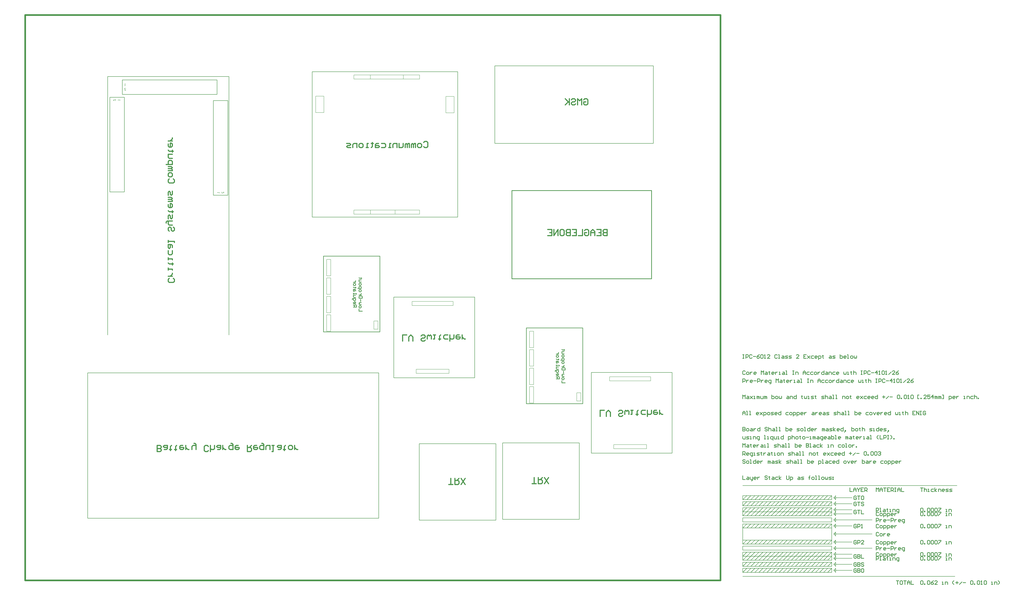
<source format=gbo>
%FSLAX24Y24*%
%MOIN*%
G70*
G01*
G75*
G04 Layer_Color=127485*
%ADD10R,0.0591X0.0551*%
%ADD11R,0.0551X0.0591*%
%ADD12R,0.0669X0.0453*%
%ADD13O,0.0984X0.0276*%
%ADD14O,0.0276X0.0984*%
%ADD15O,0.0276X0.0906*%
%ADD16O,0.0906X0.0276*%
%ADD17R,0.0453X0.0669*%
%ADD18R,0.0394X0.0551*%
%ADD19R,0.0551X0.0394*%
%ADD20R,0.0669X0.0984*%
%ADD21R,0.0571X0.1437*%
%ADD22O,0.0118X0.0492*%
%ADD23R,0.0984X0.0669*%
%ADD24R,0.1437X0.0571*%
%ADD25R,0.1201X0.0394*%
%ADD26R,0.2559X0.2185*%
%ADD27C,0.0300*%
%ADD28C,0.0100*%
%ADD29C,0.0200*%
%ADD30C,0.0060*%
%ADD31C,0.0250*%
%ADD32C,0.0500*%
%ADD33C,0.1000*%
%ADD34C,0.0600*%
%ADD35C,0.0400*%
%ADD36C,0.0150*%
%ADD37C,0.0600*%
%ADD38C,0.1496*%
%ADD39C,0.0591*%
%ADD40R,0.0591X0.0591*%
%ADD41C,0.0394*%
%ADD42C,0.2756*%
%ADD43O,0.1339X0.0787*%
%ADD44O,0.1024X0.1339*%
%ADD45C,0.0866*%
%ADD46C,0.0787*%
%ADD47R,0.0591X0.0591*%
%ADD48C,0.1260*%
%ADD49C,0.1000*%
%ADD50C,0.1969*%
%ADD51C,0.1575*%
%ADD52R,0.0600X0.0600*%
%ADD53O,0.0591X0.0827*%
%ADD54R,0.0591X0.0827*%
%ADD55O,0.0827X0.0591*%
%ADD56R,0.0827X0.0591*%
%ADD57C,0.0500*%
%ADD58C,0.0315*%
%ADD59C,0.0236*%
%ADD60C,0.0400*%
%ADD61C,0.0197*%
%ADD62C,0.0754*%
%ADD63C,0.1660*%
%ADD64C,0.0518*%
%ADD65C,0.1778*%
%ADD66O,0.1345X0.0794*%
%ADD67O,0.1030X0.1345*%
%ADD68C,0.1069*%
%ADD69C,0.0991*%
%ADD70C,0.1109*%
G04:AMPARAMS|DCode=71|XSize=119.055mil|YSize=119.055mil|CornerRadius=0mil|HoleSize=0mil|Usage=FLASHONLY|Rotation=0.000|XOffset=0mil|YOffset=0mil|HoleType=Round|Shape=Relief|Width=10mil|Gap=10mil|Entries=4|*
%AMTHD71*
7,0,0,0.1191,0.0991,0.0100,45*
%
%ADD71THD71*%
G04:AMPARAMS|DCode=72|XSize=130.866mil|YSize=130.866mil|CornerRadius=0mil|HoleSize=0mil|Usage=FLASHONLY|Rotation=0.000|XOffset=0mil|YOffset=0mil|HoleType=Round|Shape=Relief|Width=10mil|Gap=10mil|Entries=4|*
%AMTHD72*
7,0,0,0.1309,0.1109,0.0100,45*
%
%ADD72THD72*%
G04:AMPARAMS|DCode=73|XSize=95.433mil|YSize=95.433mil|CornerRadius=0mil|HoleSize=0mil|Usage=FLASHONLY|Rotation=0.000|XOffset=0mil|YOffset=0mil|HoleType=Round|Shape=Relief|Width=10mil|Gap=10mil|Entries=4|*
%AMTHD73*
7,0,0,0.0954,0.0754,0.0100,45*
%
%ADD73THD73*%
%ADD74C,0.1581*%
%ADD75C,0.1620*%
%ADD76C,0.0715*%
%ADD77C,0.0833*%
%ADD78C,0.0794*%
G04:AMPARAMS|DCode=79|XSize=91.496mil|YSize=91.496mil|CornerRadius=0mil|HoleSize=0mil|Usage=FLASHONLY|Rotation=0.000|XOffset=0mil|YOffset=0mil|HoleType=Round|Shape=Relief|Width=10mil|Gap=10mil|Entries=4|*
%AMTHD79*
7,0,0,0.0915,0.0715,0.0100,45*
%
%ADD79THD79*%
G04:AMPARAMS|DCode=80|XSize=88mil|YSize=88mil|CornerRadius=0mil|HoleSize=0mil|Usage=FLASHONLY|Rotation=0.000|XOffset=0mil|YOffset=0mil|HoleType=Round|Shape=Relief|Width=10mil|Gap=10mil|Entries=4|*
%AMTHD80*
7,0,0,0.0880,0.0680,0.0100,45*
%
%ADD80THD80*%
G04:AMPARAMS|DCode=81|XSize=79.685mil|YSize=79.685mil|CornerRadius=0mil|HoleSize=0mil|Usage=FLASHONLY|Rotation=0.000|XOffset=0mil|YOffset=0mil|HoleType=Round|Shape=Relief|Width=10mil|Gap=10mil|Entries=4|*
%AMTHD81*
7,0,0,0.0797,0.0597,0.0100,45*
%
%ADD81THD81*%
%ADD82C,0.0680*%
%ADD83C,0.0597*%
G04:AMPARAMS|DCode=84|XSize=80mil|YSize=80mil|CornerRadius=0mil|HoleSize=0mil|Usage=FLASHONLY|Rotation=0.000|XOffset=0mil|YOffset=0mil|HoleType=Round|Shape=Relief|Width=10mil|Gap=10mil|Entries=4|*
%AMTHD84*
7,0,0,0.0800,0.0600,0.0100,45*
%
%ADD84THD84*%
%ADD85C,0.0650*%
G04:AMPARAMS|DCode=86|XSize=71.811mil|YSize=71.811mil|CornerRadius=0mil|HoleSize=0mil|Usage=FLASHONLY|Rotation=0.000|XOffset=0mil|YOffset=0mil|HoleType=Round|Shape=Relief|Width=10mil|Gap=10mil|Entries=4|*
%AMTHD86*
7,0,0,0.0718,0.0518,0.0100,45*
%
%ADD86THD86*%
G04:AMPARAMS|DCode=87|XSize=185.984mil|YSize=185.984mil|CornerRadius=0mil|HoleSize=0mil|Usage=FLASHONLY|Rotation=0.000|XOffset=0mil|YOffset=0mil|HoleType=Round|Shape=Relief|Width=10mil|Gap=10mil|Entries=4|*
%AMTHD87*
7,0,0,0.1860,0.1660,0.0100,45*
%
%ADD87THD87*%
%AMTHOVALD88*
21,1,0.0551,0.0994,0,0,360.0*
1,1,0.0994,-0.0276,0.0000*
1,1,0.0994,0.0276,0.0000*
21,0,0.0551,0.0794,0,0,360.0*
1,0,0.0794,-0.0276,0.0000*
1,0,0.0794,0.0276,0.0000*
4,0,4,-0.0240,-0.0035,-0.0592,-0.0387,-0.0662,-0.0316,-0.0311,0.0035,-0.0240,-0.0035,0.0*
4,0,4,0.0311,-0.0035,0.0662,0.0316,0.0592,0.0387,0.0240,0.0035,0.0311,-0.0035,0.0*
4,0,4,-0.0311,-0.0035,-0.0662,0.0316,-0.0592,0.0387,-0.0240,0.0035,-0.0311,-0.0035,0.0*
4,0,4,0.0240,-0.0035,0.0592,-0.0387,0.0662,-0.0316,0.0311,0.0035,0.0240,-0.0035,0.0*
%
%ADD88THOVALD88*%

%ADD89C,0.0080*%
%ADD90C,0.0079*%
%ADD91C,0.0118*%
%ADD92C,0.0098*%
%ADD93C,0.0236*%
%ADD94C,0.0315*%
%ADD95C,0.0157*%
%ADD96C,0.0197*%
%ADD97R,0.2520X0.2520*%
%ADD98R,1.0630X0.4724*%
%ADD99R,0.0671X0.0631*%
%ADD100R,0.0631X0.0671*%
%ADD101R,0.0749X0.0533*%
%ADD102O,0.1064X0.0356*%
%ADD103O,0.0356X0.1064*%
%ADD104O,0.0356X0.0986*%
%ADD105O,0.0986X0.0356*%
%ADD106R,0.0533X0.0749*%
%ADD107R,0.0474X0.0631*%
%ADD108R,0.0631X0.0474*%
%ADD109R,0.0749X0.1064*%
%ADD110R,0.0651X0.1517*%
%ADD111O,0.0198X0.0572*%
%ADD112R,0.1064X0.0749*%
%ADD113R,0.1517X0.0651*%
%ADD114R,0.1281X0.0474*%
%ADD115R,0.2639X0.2265*%
%ADD116C,0.1576*%
%ADD117C,0.0671*%
%ADD118R,0.0671X0.0671*%
%ADD119C,0.0474*%
%ADD120C,0.2836*%
%ADD121O,0.1419X0.0867*%
%ADD122O,0.1104X0.1419*%
%ADD123C,0.0946*%
%ADD124C,0.0867*%
%ADD125R,0.0671X0.0671*%
%ADD126C,0.1340*%
%ADD127C,0.1080*%
%ADD128C,0.2049*%
%ADD129C,0.1655*%
%ADD130C,0.2024*%
%ADD131C,0.0655*%
%ADD132R,0.0655X0.0655*%
%ADD133O,0.0671X0.0907*%
%ADD134R,0.0671X0.0907*%
%ADD135O,0.0907X0.0671*%
%ADD136R,0.0907X0.0671*%
%ADD137C,0.0580*%
%ADD138C,0.0395*%
%ADD139C,0.0316*%
%ADD140C,0.0480*%
%ADD141C,0.0277*%
D28*
X15185Y15170D02*
Y50603D01*
Y15170D02*
X86051D01*
Y50603D01*
X15185D02*
X86051D01*
X69872Y123991D02*
X105108D01*
X105305D01*
Y88558D02*
Y123991D01*
X69872Y88558D02*
X105305D01*
X69872D02*
Y123991D01*
X137819Y50703D02*
X157504D01*
Y31018D02*
Y50703D01*
X137819Y31018D02*
X157504D01*
X137819D02*
Y50703D01*
X116236Y14900D02*
X116246Y14890D01*
X116250Y14886D02*
X134891D01*
X116239Y14897D02*
X116250Y14886D01*
X116239Y14897D02*
Y33528D01*
X116249Y33537D01*
X134881D01*
X134891Y33528D01*
Y14886D02*
Y33528D01*
X95936Y14706D02*
X95946Y14696D01*
X95950Y14692D02*
X114591D01*
X95939Y14703D02*
X95950Y14692D01*
X95939Y14703D02*
Y33334D01*
X95949Y33344D01*
X114581D01*
X114591Y33334D01*
Y14692D02*
Y33334D01*
X46695Y118470D02*
Y122013D01*
X23624Y118470D02*
Y122013D01*
Y118470D02*
X46695D01*
X23624Y122013D02*
X46695D01*
X45788Y116977D02*
X49331D01*
X45788Y93906D02*
X49331D01*
Y116977D01*
X45788Y93906D02*
Y116977D01*
X20588Y94706D02*
X24131D01*
X20588Y117777D02*
X24131D01*
X20588Y94706D02*
Y117777D01*
X24131Y94706D02*
Y117777D01*
X20057Y122815D02*
X49584D01*
X20057Y59823D02*
Y122815D01*
X49584Y59823D02*
Y122815D01*
X152913Y106539D02*
Y125437D01*
X114330D02*
X152913D01*
X114330Y106539D02*
Y125437D01*
Y106539D02*
X152913D01*
X134015D02*
X152913D01*
X114330D02*
X134015D01*
X89746Y69078D02*
X109431D01*
Y49393D02*
Y69078D01*
X89746Y49393D02*
X109431D01*
X89746D02*
Y69078D01*
X174705Y984D02*
X226378D01*
X174705Y4429D02*
X196358D01*
X174705Y3445D02*
X196358D01*
X174705D02*
Y4429D01*
X196358Y3445D02*
Y4429D01*
X174705Y3445D02*
X175689Y4429D01*
Y3445D02*
X176673Y4429D01*
Y3445D02*
X177657Y4429D01*
Y3445D02*
X178642Y4429D01*
Y3445D02*
X179626Y4429D01*
Y3445D02*
X180610Y4429D01*
Y3445D02*
X181594Y4429D01*
Y3445D02*
X182579Y4429D01*
Y3445D02*
X183563Y4429D01*
Y3445D02*
X184547Y4429D01*
Y3445D02*
X185532Y4429D01*
Y3445D02*
X186516Y4429D01*
Y3445D02*
X187500Y4429D01*
Y3445D02*
X188484Y4429D01*
Y3445D02*
X189468Y4429D01*
Y3445D02*
X190453Y4429D01*
Y3445D02*
X191437Y4429D01*
Y3445D02*
X192421Y4429D01*
Y3445D02*
X193406Y4429D01*
Y3445D02*
X194390Y4429D01*
Y3445D02*
X195374Y4429D01*
Y3445D02*
X196358Y4429D01*
X174705Y17717D02*
X196358D01*
X174705Y16732D02*
X196358D01*
X174705D02*
Y17717D01*
X196358Y16732D02*
Y17717D01*
X174705Y16732D02*
X175689Y17717D01*
Y16732D02*
X176673Y17717D01*
Y16732D02*
X177657Y17717D01*
Y16732D02*
X178642Y17717D01*
Y16732D02*
X179626Y17717D01*
Y16732D02*
X180610Y17717D01*
Y16732D02*
X181594Y17717D01*
Y16732D02*
X182579Y17717D01*
Y16732D02*
X183563Y17717D01*
Y16732D02*
X184547Y17717D01*
Y16732D02*
X185532Y17717D01*
Y16732D02*
X186516Y17717D01*
Y16732D02*
X187500Y17717D01*
Y16732D02*
X188484Y17717D01*
Y16732D02*
X189468Y17717D01*
Y16732D02*
X190453Y17717D01*
Y16732D02*
X191437Y17717D01*
Y16732D02*
X192421Y17717D01*
Y16732D02*
X193406Y17717D01*
Y16732D02*
X194390Y17717D01*
Y16732D02*
X195374Y17717D01*
Y16732D02*
X196358Y17717D01*
X174705Y5906D02*
X196358D01*
X174705Y4921D02*
X196358D01*
X174705D02*
Y5906D01*
X196358Y4921D02*
Y5906D01*
X174705Y4921D02*
X175689Y5906D01*
Y4921D02*
X176673Y5906D01*
Y4921D02*
X177657Y5906D01*
Y4921D02*
X178642Y5906D01*
Y4921D02*
X179626Y5906D01*
Y4921D02*
X180610Y5906D01*
Y4921D02*
X181594Y5906D01*
Y4921D02*
X182579Y5906D01*
Y4921D02*
X183563Y5906D01*
Y4921D02*
X184547Y5906D01*
Y4921D02*
X185532Y5906D01*
Y4921D02*
X186516Y5906D01*
Y4921D02*
X187500Y5906D01*
Y4921D02*
X188484Y5906D01*
Y4921D02*
X189468Y5906D01*
Y4921D02*
X190453Y5906D01*
Y4921D02*
X191437Y5906D01*
Y4921D02*
X192421Y5906D01*
Y4921D02*
X193406Y5906D01*
Y4921D02*
X194390Y5906D01*
Y4921D02*
X195374Y5906D01*
Y4921D02*
X196358Y5906D01*
X195374D02*
X196358Y6890D01*
X194390Y5906D02*
X195374Y6890D01*
X193406Y5906D02*
X194390Y6890D01*
X192421Y5906D02*
X193406Y6890D01*
X191437Y5906D02*
X192421Y6890D01*
X190453Y5906D02*
X191437Y6890D01*
X189468Y5906D02*
X190453Y6890D01*
X188484Y5906D02*
X189468Y6890D01*
X187500Y5906D02*
X188484Y6890D01*
X186516Y5906D02*
X187500Y6890D01*
X185532Y5906D02*
X186516Y6890D01*
X184547Y5906D02*
X185532Y6890D01*
X183563Y5906D02*
X184547Y6890D01*
X182579Y5906D02*
X183563Y6890D01*
X181594Y5906D02*
X182579Y6890D01*
X180610Y5906D02*
X181594Y6890D01*
X179626Y5906D02*
X180610Y6890D01*
X178642Y5906D02*
X179626Y6890D01*
X177657Y5906D02*
X178642Y6890D01*
X176673Y5906D02*
X177657Y6890D01*
X175689Y5906D02*
X176673Y6890D01*
X174705Y5906D02*
X175689Y6890D01*
X196358Y5906D02*
Y6890D01*
X174705Y5906D02*
Y6890D01*
Y5906D02*
X196358D01*
X174705Y6890D02*
X196358D01*
Y7382D02*
Y8366D01*
X174705Y7382D02*
Y8366D01*
Y7382D02*
X196358D01*
X174705Y8366D02*
X196358D01*
X174705Y9843D02*
X196358D01*
X174705Y8858D02*
X196358D01*
X174705D02*
Y9843D01*
X196358Y8858D02*
Y9843D01*
X174705Y8858D02*
X175689Y9843D01*
Y8858D02*
X176673Y9843D01*
Y8858D02*
X177657Y9843D01*
Y8858D02*
X178642Y9843D01*
Y8858D02*
X179626Y9843D01*
Y8858D02*
X180610Y9843D01*
Y8858D02*
X181594Y9843D01*
Y8858D02*
X182579Y9843D01*
Y8858D02*
X183563Y9843D01*
Y8858D02*
X184547Y9843D01*
Y8858D02*
X185532Y9843D01*
Y8858D02*
X186516Y9843D01*
Y8858D02*
X187500Y9843D01*
Y8858D02*
X188484Y9843D01*
Y8858D02*
X189468Y9843D01*
Y8858D02*
X190453Y9843D01*
Y8858D02*
X191437Y9843D01*
Y8858D02*
X192421Y9843D01*
Y8858D02*
X193406Y9843D01*
Y8858D02*
X194390Y9843D01*
Y8858D02*
X195374Y9843D01*
Y8858D02*
X196358Y9843D01*
Y12795D01*
X174705Y9843D02*
Y12795D01*
Y9843D02*
X196358D01*
X174705Y12795D02*
X196358D01*
X174705Y15256D02*
X196358D01*
X174705Y14272D02*
X196358D01*
X174705D02*
Y15256D01*
X196358Y14272D02*
Y15256D01*
X174705Y13780D02*
X196358D01*
X174705Y12795D02*
X196358D01*
X174705D02*
Y13780D01*
X196358Y12795D02*
Y13780D01*
X174705Y12795D02*
X175689Y13780D01*
Y12795D02*
X176673Y13780D01*
Y12795D02*
X177657Y13780D01*
Y12795D02*
X178642Y13780D01*
Y12795D02*
X179626Y13780D01*
Y12795D02*
X180610Y13780D01*
Y12795D02*
X181594Y13780D01*
Y12795D02*
X182579Y13780D01*
Y12795D02*
X183563Y13780D01*
Y12795D02*
X184547Y13780D01*
Y12795D02*
X185532Y13780D01*
Y12795D02*
X186516Y13780D01*
Y12795D02*
X187500Y13780D01*
Y12795D02*
X188484Y13780D01*
Y12795D02*
X189468Y13780D01*
Y12795D02*
X190453Y13780D01*
Y12795D02*
X191437Y13780D01*
Y12795D02*
X192421Y13780D01*
Y12795D02*
X193406Y13780D01*
Y12795D02*
X194390Y13780D01*
Y12795D02*
X195374Y13780D01*
Y12795D02*
X196358Y13780D01*
X174705Y16732D02*
X196358D01*
X174705Y15748D02*
X196358D01*
X174705D02*
Y16732D01*
X196358Y15748D02*
Y16732D01*
X174705Y15748D02*
X175689Y16732D01*
Y15748D02*
X176673Y16732D01*
Y15748D02*
X177657Y16732D01*
Y15748D02*
X178642Y16732D01*
Y15748D02*
X179626Y16732D01*
Y15748D02*
X180610Y16732D01*
Y15748D02*
X181594Y16732D01*
Y15748D02*
X182579Y16732D01*
Y15748D02*
X183563Y16732D01*
Y15748D02*
X184547Y16732D01*
Y15748D02*
X185532Y16732D01*
Y15748D02*
X186516Y16732D01*
Y15748D02*
X187500Y16732D01*
Y15748D02*
X188484Y16732D01*
Y15748D02*
X189468Y16732D01*
Y15748D02*
X190453Y16732D01*
Y15748D02*
X191437Y16732D01*
Y15748D02*
X192421Y16732D01*
Y15748D02*
X193406Y16732D01*
Y15748D02*
X194390Y16732D01*
Y15748D02*
X195374Y16732D01*
Y15748D02*
X196358Y16732D01*
X195374Y3445D02*
X196358Y4429D01*
X194390Y3445D02*
X195374Y4429D01*
X193406Y3445D02*
X194390Y4429D01*
X192421Y3445D02*
X193406Y4429D01*
X191437Y3445D02*
X192421Y4429D01*
X190453Y3445D02*
X191437Y4429D01*
X189468Y3445D02*
X190453Y4429D01*
X188484Y3445D02*
X189468Y4429D01*
X187500Y3445D02*
X188484Y4429D01*
X186516Y3445D02*
X187500Y4429D01*
X185532Y3445D02*
X186516Y4429D01*
X184547Y3445D02*
X185532Y4429D01*
X183563Y3445D02*
X184547Y4429D01*
X182579Y3445D02*
X183563Y4429D01*
X181594Y3445D02*
X182579Y4429D01*
X180610Y3445D02*
X181594Y4429D01*
X179626Y3445D02*
X180610Y4429D01*
X178642Y3445D02*
X179626Y4429D01*
X177657Y3445D02*
X178642Y4429D01*
X176673Y3445D02*
X177657Y4429D01*
X175689Y3445D02*
X176673Y4429D01*
X174705Y3445D02*
X175689Y4429D01*
X196358Y3445D02*
Y4429D01*
X174705Y3445D02*
Y4429D01*
Y3445D02*
X196358D01*
X174705Y4429D02*
X196358D01*
X195374Y18209D02*
X196358Y19193D01*
X194390Y18209D02*
X195374Y19193D01*
X193406Y18209D02*
X194390Y19193D01*
X192421Y18209D02*
X193406Y19193D01*
X191437Y18209D02*
X192421Y19193D01*
X190453Y18209D02*
X191437Y19193D01*
X189468Y18209D02*
X190453Y19193D01*
X188484Y18209D02*
X189468Y19193D01*
X187500Y18209D02*
X188484Y19193D01*
X186516Y18209D02*
X187500Y19193D01*
X185532Y18209D02*
X186516Y19193D01*
X184547Y18209D02*
X185532Y19193D01*
X183563Y18209D02*
X184547Y19193D01*
X182579Y18209D02*
X183563Y19193D01*
X181594Y18209D02*
X182579Y19193D01*
X180610Y18209D02*
X181594Y19193D01*
X179626Y18209D02*
X180610Y19193D01*
X178642Y18209D02*
X179626Y19193D01*
X177657Y18209D02*
X178642Y19193D01*
X176673Y18209D02*
X177657Y19193D01*
X175689Y18209D02*
X176673Y19193D01*
X174705Y18209D02*
X175689Y19193D01*
X196358Y18209D02*
Y19193D01*
X174705Y18209D02*
Y19193D01*
Y18209D02*
X196358D01*
X174705Y19193D02*
X196358D01*
X195374Y19685D02*
X196358Y20669D01*
X194390Y19685D02*
X195374Y20669D01*
X193406Y19685D02*
X194390Y20669D01*
X192421Y19685D02*
X193406Y20669D01*
X191437Y19685D02*
X192421Y20669D01*
X190453Y19685D02*
X191437Y20669D01*
X189468Y19685D02*
X190453Y20669D01*
X188484Y19685D02*
X189468Y20669D01*
X187500Y19685D02*
X188484Y20669D01*
X186516Y19685D02*
X187500Y20669D01*
X185532Y19685D02*
X186516Y20669D01*
X184547Y19685D02*
X185532Y20669D01*
X183563Y19685D02*
X184547Y20669D01*
X182579Y19685D02*
X183563Y20669D01*
X181594Y19685D02*
X182579Y20669D01*
X180610Y19685D02*
X181594Y20669D01*
X179626Y19685D02*
X180610Y20669D01*
X178642Y19685D02*
X179626Y20669D01*
X177657Y19685D02*
X178642Y20669D01*
X176673Y19685D02*
X177657Y20669D01*
X175689Y19685D02*
X176673Y20669D01*
X174705Y19685D02*
X175689Y20669D01*
X196358Y19685D02*
Y20669D01*
X174705Y19685D02*
Y20669D01*
Y19685D02*
X196358D01*
X174705Y20669D02*
X196358D01*
X195374Y1969D02*
X196358Y2953D01*
X194390Y1969D02*
X195374Y2953D01*
X193406Y1969D02*
X194390Y2953D01*
X192421Y1969D02*
X193406Y2953D01*
X191437Y1969D02*
X192421Y2953D01*
X190453Y1969D02*
X191437Y2953D01*
X189468Y1969D02*
X190453Y2953D01*
X188484Y1969D02*
X189468Y2953D01*
X187500Y1969D02*
X188484Y2953D01*
X186516Y1969D02*
X187500Y2953D01*
X185532Y1969D02*
X186516Y2953D01*
X184547Y1969D02*
X185532Y2953D01*
X183563Y1969D02*
X184547Y2953D01*
X182579Y1969D02*
X183563Y2953D01*
X181594Y1969D02*
X182579Y2953D01*
X180610Y1969D02*
X181594Y2953D01*
X179626Y1969D02*
X180610Y2953D01*
X178642Y1969D02*
X179626Y2953D01*
X177657Y1969D02*
X178642Y2953D01*
X176673Y1969D02*
X177657Y2953D01*
X175689Y1969D02*
X176673Y2953D01*
X174705Y1969D02*
X175689Y2953D01*
X196358Y1969D02*
Y2953D01*
X174705Y1969D02*
Y2953D01*
Y1969D02*
X196358D01*
X174705Y2953D02*
X196358D01*
X196850Y2461D02*
X197343Y1969D01*
Y2953D01*
X196850Y2461D02*
X197343Y2953D01*
X196850Y2461D02*
X201280D01*
X196850Y3937D02*
X197343Y3445D01*
Y4429D01*
X196850Y3937D02*
X197343Y4429D01*
X196850Y3937D02*
X201280D01*
X196850Y5413D02*
X197343Y4921D01*
Y5906D01*
X196850Y5413D02*
X197343Y5906D01*
X196850Y5413D02*
X201280D01*
X196850Y6398D02*
X197343Y5906D01*
Y6890D01*
X196850Y6398D02*
X197343Y6890D01*
X196850Y6398D02*
X201280D01*
X196850Y9350D02*
X197343Y8858D01*
Y9843D01*
X196850Y9350D02*
X197343Y9843D01*
X196850Y9350D02*
X201280D01*
X196850Y13287D02*
X197343Y12795D01*
Y13780D01*
X196850Y13287D02*
X197343Y13780D01*
X196850Y13287D02*
X201280D01*
X196850Y16240D02*
X197343Y15748D01*
Y16732D01*
X196850Y16240D02*
X197343Y16732D01*
X196850Y16240D02*
X201280D01*
X196850Y17224D02*
X197343Y16732D01*
Y17717D01*
X196850Y17224D02*
X197343Y17717D01*
X196850Y17224D02*
X201280D01*
X196850Y11319D02*
X197343Y10827D01*
Y11811D01*
X196850Y11319D02*
X197343Y11811D01*
X196850Y11319D02*
X206201D01*
X196850Y7874D02*
X197343Y7382D01*
Y8366D01*
X196850Y7874D02*
X197343Y8366D01*
X196850Y7874D02*
X206201D01*
X196850Y14764D02*
X197343Y14272D01*
Y15256D01*
X196850Y14764D02*
X197343Y15256D01*
X196850Y14764D02*
X206201D01*
X196850Y18701D02*
X197343Y18209D01*
Y19193D01*
X196850Y18701D02*
X197343Y19193D01*
X196850Y18701D02*
X201280D01*
X196850Y20177D02*
X197343Y19685D01*
Y20669D01*
X196850Y20177D02*
X197343Y20669D01*
X196850Y20177D02*
X201280D01*
X174705Y23130D02*
X226870D01*
D31*
X32114Y31387D02*
Y32887D01*
X32864D01*
X33114Y32637D01*
Y32387D01*
X32864Y32137D01*
X32114D01*
X32864D01*
X33114Y31887D01*
Y31637D01*
X32864Y31387D01*
X32114D01*
X33864Y31887D02*
X34364D01*
X34614Y32137D01*
Y32887D01*
X33864D01*
X33614Y32637D01*
X33864Y32387D01*
X34614D01*
X35363Y31637D02*
Y31887D01*
X35114D01*
X35613D01*
X35363D01*
Y32637D01*
X35613Y32887D01*
X36613Y31637D02*
Y31887D01*
X36363D01*
X36863D01*
X36613D01*
Y32637D01*
X36863Y32887D01*
X38362D02*
X37863D01*
X37613Y32637D01*
Y32137D01*
X37863Y31887D01*
X38362D01*
X38612Y32137D01*
Y32387D01*
X37613D01*
X39112Y31887D02*
Y32887D01*
Y32387D01*
X39362Y32137D01*
X39612Y31887D01*
X39862D01*
X40612D02*
Y32637D01*
X40862Y32887D01*
X41611D01*
Y33137D01*
X41361Y33387D01*
X41112D01*
X41611Y32887D02*
Y31887D01*
X44610Y31637D02*
X44361Y31387D01*
X43861D01*
X43611Y31637D01*
Y32637D01*
X43861Y32887D01*
X44361D01*
X44610Y32637D01*
X45110Y31387D02*
Y32887D01*
Y32137D01*
X45360Y31887D01*
X45860D01*
X46110Y32137D01*
Y32887D01*
X46860Y31887D02*
X47360D01*
X47609Y32137D01*
Y32887D01*
X46860D01*
X46610Y32637D01*
X46860Y32387D01*
X47609D01*
X48109Y31887D02*
Y32887D01*
Y32387D01*
X48359Y32137D01*
X48609Y31887D01*
X48859D01*
X50109Y33387D02*
X50359D01*
X50609Y33137D01*
Y31887D01*
X49859D01*
X49609Y32137D01*
Y32637D01*
X49859Y32887D01*
X50609D01*
X51858D02*
X51358D01*
X51108Y32637D01*
Y32137D01*
X51358Y31887D01*
X51858D01*
X52108Y32137D01*
Y32387D01*
X51108D01*
X54107Y32887D02*
Y31387D01*
X54857D01*
X55107Y31637D01*
Y32137D01*
X54857Y32387D01*
X54107D01*
X54607D02*
X55107Y32887D01*
X56357D02*
X55857D01*
X55607Y32637D01*
Y32137D01*
X55857Y31887D01*
X56357D01*
X56607Y32137D01*
Y32387D01*
X55607D01*
X57606Y33387D02*
X57856D01*
X58106Y33137D01*
Y31887D01*
X57356D01*
X57106Y32137D01*
Y32637D01*
X57356Y32887D01*
X58106D01*
X58606Y31887D02*
Y32637D01*
X58856Y32887D01*
X59606D01*
Y31887D01*
X60105Y32887D02*
X60605D01*
X60355D01*
Y31387D01*
X60105D01*
X61605Y31887D02*
X62105D01*
X62355Y32137D01*
Y32887D01*
X61605D01*
X61355Y32637D01*
X61605Y32387D01*
X62355D01*
X63104Y31637D02*
Y31887D01*
X62855D01*
X63354D01*
X63104D01*
Y32637D01*
X63354Y32887D01*
X64354D02*
X64854D01*
X65104Y32637D01*
Y32137D01*
X64854Y31887D01*
X64354D01*
X64104Y32137D01*
Y32637D01*
X64354Y32887D01*
X65604Y31887D02*
Y32887D01*
Y32387D01*
X65854Y32137D01*
X66103Y31887D01*
X66353D01*
X97021Y106732D02*
X97271Y106982D01*
X97771D01*
X98021Y106732D01*
Y105732D01*
X97771Y105482D01*
X97271D01*
X97021Y105732D01*
X96271Y105482D02*
X95771D01*
X95522Y105732D01*
Y106232D01*
X95771Y106482D01*
X96271D01*
X96521Y106232D01*
Y105732D01*
X96271Y105482D01*
X95022D02*
Y106482D01*
X94772D01*
X94522Y106232D01*
Y105482D01*
Y106232D01*
X94272Y106482D01*
X94022Y106232D01*
Y105482D01*
X93522D02*
Y106482D01*
X93272D01*
X93022Y106232D01*
Y105482D01*
Y106232D01*
X92772Y106482D01*
X92523Y106232D01*
Y105482D01*
X92023Y106482D02*
Y105732D01*
X91773Y105482D01*
X91023D01*
Y106482D01*
X90523Y105482D02*
Y106482D01*
X89773D01*
X89523Y106232D01*
Y105482D01*
X89024D02*
X88524D01*
X88774D01*
Y106482D01*
X89024D01*
X86774D02*
X87524D01*
X87774Y106232D01*
Y105732D01*
X87524Y105482D01*
X86774D01*
X86025Y106482D02*
X85525D01*
X85275Y106232D01*
Y105482D01*
X86025D01*
X86275Y105732D01*
X86025Y105982D01*
X85275D01*
X84525Y106732D02*
Y106482D01*
X84775D01*
X84275D01*
X84525D01*
Y105732D01*
X84275Y105482D01*
X83525D02*
X83026D01*
X83276D01*
Y106482D01*
X83525D01*
X82026Y105482D02*
X81526D01*
X81276Y105732D01*
Y106232D01*
X81526Y106482D01*
X82026D01*
X82276Y106232D01*
Y105732D01*
X82026Y105482D01*
X80776D02*
Y106482D01*
X80027D01*
X79777Y106232D01*
Y105482D01*
X79277D02*
X78527D01*
X78277Y105732D01*
X78527Y105982D01*
X79027D01*
X79277Y106232D01*
X79027Y106482D01*
X78277D01*
X139984Y39952D02*
Y41451D01*
X140984D01*
X141483Y39952D02*
Y40951D01*
X141983Y41451D01*
X142483Y40951D01*
Y39952D01*
X145482Y40202D02*
X145232Y39952D01*
X144732D01*
X144482Y40202D01*
Y40452D01*
X144732Y40702D01*
X145232D01*
X145482Y40951D01*
Y41201D01*
X145232Y41451D01*
X144732D01*
X144482Y41201D01*
X145982Y40452D02*
Y41201D01*
X146232Y41451D01*
X146482Y41201D01*
X146732Y41451D01*
X146982Y41201D01*
Y40452D01*
X147482Y41451D02*
X147981D01*
X147731D01*
Y40452D01*
X147482D01*
X148981Y40202D02*
Y40452D01*
X148731D01*
X149231D01*
X148981D01*
Y41201D01*
X149231Y41451D01*
X150980Y40452D02*
X150231D01*
X149981Y40702D01*
Y41201D01*
X150231Y41451D01*
X150980D01*
X151480Y39952D02*
Y41451D01*
Y40702D01*
X151730Y40452D01*
X152230D01*
X152480Y40702D01*
Y41451D01*
X153729D02*
X153230D01*
X152980Y41201D01*
Y40702D01*
X153230Y40452D01*
X153729D01*
X153979Y40702D01*
Y40951D01*
X152980D01*
X154479Y40452D02*
Y41451D01*
Y40951D01*
X154729Y40702D01*
X154979Y40452D01*
X155229D01*
X123434Y23563D02*
X124434D01*
X123934D01*
Y25063D01*
X124934D02*
Y23563D01*
X125683D01*
X125933Y23813D01*
Y24313D01*
X125683Y24563D01*
X124934D01*
X125433D02*
X125933Y25063D01*
X126433Y23563D02*
X127433Y25063D01*
Y23563D02*
X126433Y25063D01*
X103134Y23370D02*
X104134D01*
X103634D01*
Y24869D01*
X104634D02*
Y23370D01*
X105383D01*
X105633Y23620D01*
Y24120D01*
X105383Y24369D01*
X104634D01*
X105133D02*
X105633Y24869D01*
X106133Y23370D02*
X107133Y24869D01*
Y23370D02*
X106133Y24869D01*
X141710Y85519D02*
Y84020D01*
X140960D01*
X140710Y84270D01*
Y84520D01*
X140960Y84769D01*
X141710D01*
X140960D01*
X140710Y85019D01*
Y85269D01*
X140960Y85519D01*
X141710D01*
X139211D02*
X140210D01*
Y84020D01*
X139211D01*
X140210Y84769D02*
X139710D01*
X138711Y84020D02*
Y85019D01*
X138211Y85519D01*
X137711Y85019D01*
Y84020D01*
Y84769D01*
X138711D01*
X136212Y85269D02*
X136462Y85519D01*
X136961D01*
X137211Y85269D01*
Y84270D01*
X136961Y84020D01*
X136462D01*
X136212Y84270D01*
Y84769D01*
X136711D01*
X135712Y85519D02*
Y84020D01*
X134712D01*
X133213Y85519D02*
X134212D01*
Y84020D01*
X133213D01*
X134212Y84769D02*
X133712D01*
X132713Y85519D02*
Y84020D01*
X131963D01*
X131713Y84270D01*
Y84520D01*
X131963Y84769D01*
X132713D01*
X131963D01*
X131713Y85019D01*
Y85269D01*
X131963Y85519D01*
X132713D01*
X130463D02*
X130963D01*
X131213Y85269D01*
Y84270D01*
X130963Y84020D01*
X130463D01*
X130214Y84270D01*
Y85269D01*
X130463Y85519D01*
X129714Y84020D02*
Y85519D01*
X128714Y84020D01*
Y85519D01*
X127215D02*
X128214D01*
Y84020D01*
X127215D01*
X128214Y84769D02*
X127714D01*
X36070Y73618D02*
X36320Y73368D01*
Y72868D01*
X36070Y72619D01*
X35070D01*
X34820Y72868D01*
Y73368D01*
X35070Y73618D01*
X35820Y74118D02*
X34820D01*
X35320D01*
X35570Y74368D01*
X35820Y74618D01*
Y74868D01*
X34820Y75618D02*
Y76117D01*
Y75868D01*
X35820D01*
Y75618D01*
X36070Y77117D02*
X35820D01*
Y76867D01*
Y77367D01*
Y77117D01*
X35070D01*
X34820Y77367D01*
Y78117D02*
Y78617D01*
Y78367D01*
X35820D01*
Y78117D01*
Y80366D02*
Y79616D01*
X35570Y79366D01*
X35070D01*
X34820Y79616D01*
Y80366D01*
X35820Y81116D02*
Y81616D01*
X35570Y81866D01*
X34820D01*
Y81116D01*
X35070Y80866D01*
X35320Y81116D01*
Y81866D01*
X34820Y82365D02*
Y82865D01*
Y82615D01*
X36320D01*
Y82365D01*
X36070Y86114D02*
X36320Y85864D01*
Y85364D01*
X36070Y85115D01*
X35820D01*
X35570Y85364D01*
Y85864D01*
X35320Y86114D01*
X35070D01*
X34820Y85864D01*
Y85364D01*
X35070Y85115D01*
X35820Y86614D02*
X35070D01*
X34820Y86864D01*
Y87614D01*
X34570D01*
X34320Y87364D01*
Y87114D01*
X34820Y87614D02*
X35820D01*
X34820Y88114D02*
Y88863D01*
X35070Y89113D01*
X35320Y88863D01*
Y88363D01*
X35570Y88114D01*
X35820Y88363D01*
Y89113D01*
X36070Y89863D02*
X35820D01*
Y89613D01*
Y90113D01*
Y89863D01*
X35070D01*
X34820Y90113D01*
Y91612D02*
Y91113D01*
X35070Y90863D01*
X35570D01*
X35820Y91113D01*
Y91612D01*
X35570Y91862D01*
X35320D01*
Y90863D01*
X34820Y92362D02*
X35820D01*
Y92612D01*
X35570Y92862D01*
X34820D01*
X35570D01*
X35820Y93112D01*
X35570Y93362D01*
X34820D01*
Y93862D02*
Y94611D01*
X35070Y94861D01*
X35320Y94611D01*
Y94112D01*
X35570Y93862D01*
X35820Y94112D01*
Y94861D01*
X36070Y97860D02*
X36320Y97610D01*
Y97111D01*
X36070Y96861D01*
X35070D01*
X34820Y97111D01*
Y97610D01*
X35070Y97860D01*
X34820Y98610D02*
Y99110D01*
X35070Y99360D01*
X35570D01*
X35820Y99110D01*
Y98610D01*
X35570Y98360D01*
X35070D01*
X34820Y98610D01*
Y99860D02*
X35820D01*
Y100110D01*
X35570Y100360D01*
X34820D01*
X35570D01*
X35820Y100610D01*
X35570Y100859D01*
X34820D01*
X34320Y101359D02*
X35820D01*
Y102109D01*
X35570Y102359D01*
X35070D01*
X34820Y102109D01*
Y101359D01*
X35820Y102859D02*
X35070D01*
X34820Y103109D01*
Y103858D01*
X35820D01*
X36070Y104608D02*
X35820D01*
Y104358D01*
Y104858D01*
Y104608D01*
X35070D01*
X34820Y104858D01*
Y106358D02*
Y105858D01*
X35070Y105608D01*
X35570D01*
X35820Y105858D01*
Y106358D01*
X35570Y106608D01*
X35320D01*
Y105608D01*
X35820Y107107D02*
X34820D01*
X35320D01*
X35570Y107357D01*
X35820Y107607D01*
Y107857D01*
X135980Y117143D02*
X136230Y117393D01*
X136730D01*
X136980Y117143D01*
Y116144D01*
X136730Y115894D01*
X136230D01*
X135980Y116144D01*
Y116643D01*
X136480D01*
X135480Y115894D02*
Y117393D01*
X134980Y116893D01*
X134480Y117393D01*
Y115894D01*
X132981Y117143D02*
X133231Y117393D01*
X133731D01*
X133981Y117143D01*
Y116893D01*
X133731Y116643D01*
X133231D01*
X132981Y116394D01*
Y116144D01*
X133231Y115894D01*
X133731D01*
X133981Y116144D01*
X132481Y117393D02*
Y115894D01*
Y116394D01*
X131481Y117393D01*
X132231Y116643D01*
X131481Y115894D01*
X91912Y58327D02*
Y59826D01*
X92911D01*
X93411Y58327D02*
Y59327D01*
X93911Y59826D01*
X94411Y59327D01*
Y58327D01*
X97410Y58577D02*
X97160Y58327D01*
X96660D01*
X96410Y58577D01*
Y58827D01*
X96660Y59077D01*
X97160D01*
X97410Y59327D01*
Y59576D01*
X97160Y59826D01*
X96660D01*
X96410Y59576D01*
X97910Y58827D02*
Y59576D01*
X98160Y59826D01*
X98410Y59576D01*
X98660Y59826D01*
X98910Y59576D01*
Y58827D01*
X99409Y59826D02*
X99909D01*
X99659D01*
Y58827D01*
X99409D01*
X100909Y58577D02*
Y58827D01*
X100659D01*
X101159D01*
X100909D01*
Y59576D01*
X101159Y59826D01*
X102908Y58827D02*
X102158D01*
X101909Y59077D01*
Y59576D01*
X102158Y59826D01*
X102908D01*
X103408Y58327D02*
Y59826D01*
Y59077D01*
X103658Y58827D01*
X104158D01*
X104408Y59077D01*
Y59826D01*
X105657D02*
X105158D01*
X104908Y59576D01*
Y59077D01*
X105158Y58827D01*
X105657D01*
X105907Y59077D01*
Y59327D01*
X104908D01*
X106407Y58827D02*
Y59826D01*
Y59327D01*
X106657Y59077D01*
X106907Y58827D01*
X107157D01*
D35*
X169291Y0D02*
Y137795D01*
X0Y0D02*
X169291D01*
X0D02*
Y137795D01*
X169291D01*
D36*
X174705Y55034D02*
X175005D01*
X174855D01*
Y54134D01*
X174705D01*
X175005D01*
X175454D02*
Y55034D01*
X175904D01*
X176054Y54884D01*
Y54584D01*
X175904Y54434D01*
X175454D01*
X176954Y54884D02*
X176804Y55034D01*
X176504D01*
X176354Y54884D01*
Y54284D01*
X176504Y54134D01*
X176804D01*
X176954Y54284D01*
X177254Y54584D02*
X177854D01*
X178753Y55034D02*
X178454Y54884D01*
X178154Y54584D01*
Y54284D01*
X178304Y54134D01*
X178603D01*
X178753Y54284D01*
Y54434D01*
X178603Y54584D01*
X178154D01*
X179053Y54884D02*
X179203Y55034D01*
X179503D01*
X179653Y54884D01*
Y54284D01*
X179503Y54134D01*
X179203D01*
X179053Y54284D01*
Y54884D01*
X179953Y54134D02*
X180253D01*
X180103D01*
Y55034D01*
X179953Y54884D01*
X181303Y54134D02*
X180703D01*
X181303Y54734D01*
Y54884D01*
X181153Y55034D01*
X180853D01*
X180703Y54884D01*
X183102D02*
X182952Y55034D01*
X182652D01*
X182502Y54884D01*
Y54284D01*
X182652Y54134D01*
X182952D01*
X183102Y54284D01*
X183402Y54134D02*
X183702D01*
X183552D01*
Y55034D01*
X183402D01*
X184302Y54734D02*
X184602D01*
X184751Y54584D01*
Y54134D01*
X184302D01*
X184152Y54284D01*
X184302Y54434D01*
X184751D01*
X185051Y54134D02*
X185501D01*
X185651Y54284D01*
X185501Y54434D01*
X185201D01*
X185051Y54584D01*
X185201Y54734D01*
X185651D01*
X185951Y54134D02*
X186401D01*
X186551Y54284D01*
X186401Y54434D01*
X186101D01*
X185951Y54584D01*
X186101Y54734D01*
X186551D01*
X188350Y54134D02*
X187751D01*
X188350Y54734D01*
Y54884D01*
X188200Y55034D01*
X187900D01*
X187751Y54884D01*
X190150Y55034D02*
X189550D01*
Y54134D01*
X190150D01*
X189550Y54584D02*
X189850D01*
X190450Y54734D02*
X191049Y54134D01*
X190750Y54434D01*
X191049Y54734D01*
X190450Y54134D01*
X191949Y54734D02*
X191499D01*
X191349Y54584D01*
Y54284D01*
X191499Y54134D01*
X191949D01*
X192699D02*
X192399D01*
X192249Y54284D01*
Y54584D01*
X192399Y54734D01*
X192699D01*
X192849Y54584D01*
Y54434D01*
X192249D01*
X193149Y53834D02*
Y54734D01*
X193599D01*
X193749Y54584D01*
Y54284D01*
X193599Y54134D01*
X193149D01*
X194198Y54884D02*
Y54734D01*
X194048D01*
X194348D01*
X194198D01*
Y54284D01*
X194348Y54134D01*
X195848Y54734D02*
X196148D01*
X196298Y54584D01*
Y54134D01*
X195848D01*
X195698Y54284D01*
X195848Y54434D01*
X196298D01*
X196598Y54134D02*
X197048D01*
X197197Y54284D01*
X197048Y54434D01*
X196748D01*
X196598Y54584D01*
X196748Y54734D01*
X197197D01*
X198397Y55034D02*
Y54134D01*
X198847D01*
X198997Y54284D01*
Y54434D01*
Y54584D01*
X198847Y54734D01*
X198397D01*
X199747Y54134D02*
X199447D01*
X199297Y54284D01*
Y54584D01*
X199447Y54734D01*
X199747D01*
X199897Y54584D01*
Y54434D01*
X199297D01*
X200196Y54134D02*
X200496D01*
X200346D01*
Y55034D01*
X200196D01*
X201096Y54134D02*
X201396D01*
X201546Y54284D01*
Y54584D01*
X201396Y54734D01*
X201096D01*
X200946Y54584D01*
Y54284D01*
X201096Y54134D01*
X201846Y54734D02*
Y54284D01*
X201996Y54134D01*
X202146Y54284D01*
X202296Y54134D01*
X202446Y54284D01*
Y54734D01*
X174705Y40354D02*
Y40954D01*
X175005Y41254D01*
X175305Y40954D01*
Y40354D01*
Y40804D01*
X174705D01*
X175604Y40354D02*
X175904D01*
X175754D01*
Y41254D01*
X175604D01*
X176354Y40354D02*
X176654D01*
X176504D01*
Y41254D01*
X176354D01*
X178454Y40354D02*
X178154D01*
X178004Y40504D01*
Y40804D01*
X178154Y40954D01*
X178454D01*
X178603Y40804D01*
Y40654D01*
X178004D01*
X178903Y40954D02*
X179503Y40354D01*
X179203Y40654D01*
X179503Y40954D01*
X178903Y40354D01*
X179803Y40054D02*
Y40954D01*
X180253D01*
X180403Y40804D01*
Y40504D01*
X180253Y40354D01*
X179803D01*
X180853D02*
X181153D01*
X181303Y40504D01*
Y40804D01*
X181153Y40954D01*
X180853D01*
X180703Y40804D01*
Y40504D01*
X180853Y40354D01*
X181602D02*
X182052D01*
X182202Y40504D01*
X182052Y40654D01*
X181752D01*
X181602Y40804D01*
X181752Y40954D01*
X182202D01*
X182952Y40354D02*
X182652D01*
X182502Y40504D01*
Y40804D01*
X182652Y40954D01*
X182952D01*
X183102Y40804D01*
Y40654D01*
X182502D01*
X184002Y41254D02*
Y40354D01*
X183552D01*
X183402Y40504D01*
Y40804D01*
X183552Y40954D01*
X184002D01*
X185801D02*
X185351D01*
X185201Y40804D01*
Y40504D01*
X185351Y40354D01*
X185801D01*
X186251D02*
X186551D01*
X186701Y40504D01*
Y40804D01*
X186551Y40954D01*
X186251D01*
X186101Y40804D01*
Y40504D01*
X186251Y40354D01*
X187001Y40054D02*
Y40954D01*
X187451D01*
X187601Y40804D01*
Y40504D01*
X187451Y40354D01*
X187001D01*
X187900Y40054D02*
Y40954D01*
X188350D01*
X188500Y40804D01*
Y40504D01*
X188350Y40354D01*
X187900D01*
X189250D02*
X188950D01*
X188800Y40504D01*
Y40804D01*
X188950Y40954D01*
X189250D01*
X189400Y40804D01*
Y40654D01*
X188800D01*
X189700Y40954D02*
Y40354D01*
Y40654D01*
X189850Y40804D01*
X190000Y40954D01*
X190150D01*
X191649D02*
X191949D01*
X192099Y40804D01*
Y40354D01*
X191649D01*
X191499Y40504D01*
X191649Y40654D01*
X192099D01*
X192399Y40954D02*
Y40354D01*
Y40654D01*
X192549Y40804D01*
X192699Y40954D01*
X192849D01*
X193749Y40354D02*
X193449D01*
X193299Y40504D01*
Y40804D01*
X193449Y40954D01*
X193749D01*
X193899Y40804D01*
Y40654D01*
X193299D01*
X194348Y40954D02*
X194648D01*
X194798Y40804D01*
Y40354D01*
X194348D01*
X194198Y40504D01*
X194348Y40654D01*
X194798D01*
X195098Y40354D02*
X195548D01*
X195698Y40504D01*
X195548Y40654D01*
X195248D01*
X195098Y40804D01*
X195248Y40954D01*
X195698D01*
X196898Y40354D02*
X197347D01*
X197497Y40504D01*
X197347Y40654D01*
X197048D01*
X196898Y40804D01*
X197048Y40954D01*
X197497D01*
X197797Y41254D02*
Y40354D01*
Y40804D01*
X197947Y40954D01*
X198247D01*
X198397Y40804D01*
Y40354D01*
X198847Y40954D02*
X199147D01*
X199297Y40804D01*
Y40354D01*
X198847D01*
X198697Y40504D01*
X198847Y40654D01*
X199297D01*
X199597Y40354D02*
X199897D01*
X199747D01*
Y41254D01*
X199597D01*
X200346Y40354D02*
X200646D01*
X200496D01*
Y41254D01*
X200346D01*
X201996D02*
Y40354D01*
X202446D01*
X202596Y40504D01*
Y40654D01*
Y40804D01*
X202446Y40954D01*
X201996D01*
X203345Y40354D02*
X203046D01*
X202896Y40504D01*
Y40804D01*
X203046Y40954D01*
X203345D01*
X203495Y40804D01*
Y40654D01*
X202896D01*
X205295Y40954D02*
X204845D01*
X204695Y40804D01*
Y40504D01*
X204845Y40354D01*
X205295D01*
X205745D02*
X206045D01*
X206195Y40504D01*
Y40804D01*
X206045Y40954D01*
X205745D01*
X205595Y40804D01*
Y40504D01*
X205745Y40354D01*
X206494Y40954D02*
X206794Y40354D01*
X207094Y40954D01*
X207844Y40354D02*
X207544D01*
X207394Y40504D01*
Y40804D01*
X207544Y40954D01*
X207844D01*
X207994Y40804D01*
Y40654D01*
X207394D01*
X208294Y40954D02*
Y40354D01*
Y40654D01*
X208444Y40804D01*
X208594Y40954D01*
X208744D01*
X209643Y40354D02*
X209344D01*
X209194Y40504D01*
Y40804D01*
X209344Y40954D01*
X209643D01*
X209793Y40804D01*
Y40654D01*
X209194D01*
X210693Y41254D02*
Y40354D01*
X210243D01*
X210093Y40504D01*
Y40804D01*
X210243Y40954D01*
X210693D01*
X211893D02*
Y40504D01*
X212043Y40354D01*
X212193Y40504D01*
X212343Y40354D01*
X212493Y40504D01*
Y40954D01*
X212792Y40354D02*
X213092D01*
X212942D01*
Y40954D01*
X212792D01*
X213692Y41104D02*
Y40954D01*
X213542D01*
X213842D01*
X213692D01*
Y40504D01*
X213842Y40354D01*
X214292Y41254D02*
Y40354D01*
Y40804D01*
X214442Y40954D01*
X214742D01*
X214892Y40804D01*
Y40354D01*
X216691Y41254D02*
X216091D01*
Y40354D01*
X216691D01*
X216091Y40804D02*
X216391D01*
X216991Y40354D02*
Y41254D01*
X217591Y40354D01*
Y41254D01*
X217891D02*
X218191D01*
X218041D01*
Y40354D01*
X217891D01*
X218191D01*
X219240Y41104D02*
X219090Y41254D01*
X218790D01*
X218641Y41104D01*
Y40504D01*
X218790Y40354D01*
X219090D01*
X219240Y40504D01*
Y40804D01*
X218940D01*
X174705Y37317D02*
Y36417D01*
X175155D01*
X175305Y36567D01*
Y36717D01*
X175155Y36867D01*
X174705D01*
X175155D01*
X175305Y37017D01*
Y37167D01*
X175155Y37317D01*
X174705D01*
X175754Y36417D02*
X176054D01*
X176204Y36567D01*
Y36867D01*
X176054Y37017D01*
X175754D01*
X175604Y36867D01*
Y36567D01*
X175754Y36417D01*
X176654Y37017D02*
X176954D01*
X177104Y36867D01*
Y36417D01*
X176654D01*
X176504Y36567D01*
X176654Y36717D01*
X177104D01*
X177404Y37017D02*
Y36417D01*
Y36717D01*
X177554Y36867D01*
X177704Y37017D01*
X177854D01*
X178903Y37317D02*
Y36417D01*
X178454D01*
X178304Y36567D01*
Y36867D01*
X178454Y37017D01*
X178903D01*
X180703Y37167D02*
X180553Y37317D01*
X180253D01*
X180103Y37167D01*
Y37017D01*
X180253Y36867D01*
X180553D01*
X180703Y36717D01*
Y36567D01*
X180553Y36417D01*
X180253D01*
X180103Y36567D01*
X181003Y37317D02*
Y36417D01*
Y36867D01*
X181153Y37017D01*
X181453D01*
X181602Y36867D01*
Y36417D01*
X182052Y37017D02*
X182352D01*
X182502Y36867D01*
Y36417D01*
X182052D01*
X181902Y36567D01*
X182052Y36717D01*
X182502D01*
X182802Y36417D02*
X183102D01*
X182952D01*
Y37317D01*
X182802D01*
X183552Y36417D02*
X183852D01*
X183702D01*
Y37317D01*
X183552D01*
X185201D02*
Y36417D01*
X185651D01*
X185801Y36567D01*
Y36717D01*
Y36867D01*
X185651Y37017D01*
X185201D01*
X186551Y36417D02*
X186251D01*
X186101Y36567D01*
Y36867D01*
X186251Y37017D01*
X186551D01*
X186701Y36867D01*
Y36717D01*
X186101D01*
X187900Y36417D02*
X188350D01*
X188500Y36567D01*
X188350Y36717D01*
X188050D01*
X187900Y36867D01*
X188050Y37017D01*
X188500D01*
X188950Y36417D02*
X189250D01*
X189400Y36567D01*
Y36867D01*
X189250Y37017D01*
X188950D01*
X188800Y36867D01*
Y36567D01*
X188950Y36417D01*
X189700D02*
X190000D01*
X189850D01*
Y37317D01*
X189700D01*
X191049D02*
Y36417D01*
X190600D01*
X190450Y36567D01*
Y36867D01*
X190600Y37017D01*
X191049D01*
X191799Y36417D02*
X191499D01*
X191349Y36567D01*
Y36867D01*
X191499Y37017D01*
X191799D01*
X191949Y36867D01*
Y36717D01*
X191349D01*
X192249Y37017D02*
Y36417D01*
Y36717D01*
X192399Y36867D01*
X192549Y37017D01*
X192699D01*
X194048Y36417D02*
Y37017D01*
X194198D01*
X194348Y36867D01*
Y36417D01*
Y36867D01*
X194498Y37017D01*
X194648Y36867D01*
Y36417D01*
X195098Y37017D02*
X195398D01*
X195548Y36867D01*
Y36417D01*
X195098D01*
X194948Y36567D01*
X195098Y36717D01*
X195548D01*
X195848Y36417D02*
X196298D01*
X196448Y36567D01*
X196298Y36717D01*
X195998D01*
X195848Y36867D01*
X195998Y37017D01*
X196448D01*
X196748Y36417D02*
Y37317D01*
Y36717D02*
X197197Y37017D01*
X196748Y36717D02*
X197197Y36417D01*
X198097D02*
X197797D01*
X197647Y36567D01*
Y36867D01*
X197797Y37017D01*
X198097D01*
X198247Y36867D01*
Y36717D01*
X197647D01*
X199147Y37317D02*
Y36417D01*
X198697D01*
X198547Y36567D01*
Y36867D01*
X198697Y37017D01*
X199147D01*
X199597Y36267D02*
X199747Y36417D01*
Y36567D01*
X199597D01*
Y36417D01*
X199747D01*
X199597Y36267D01*
X199447Y36117D01*
X201246Y37317D02*
Y36417D01*
X201696D01*
X201846Y36567D01*
Y36717D01*
Y36867D01*
X201696Y37017D01*
X201246D01*
X202296Y36417D02*
X202596D01*
X202746Y36567D01*
Y36867D01*
X202596Y37017D01*
X202296D01*
X202146Y36867D01*
Y36567D01*
X202296Y36417D01*
X203196Y37167D02*
Y37017D01*
X203046D01*
X203345D01*
X203196D01*
Y36567D01*
X203345Y36417D01*
X203795Y37317D02*
Y36417D01*
Y36867D01*
X203945Y37017D01*
X204245D01*
X204395Y36867D01*
Y36417D01*
X205595D02*
X206045D01*
X206195Y36567D01*
X206045Y36717D01*
X205745D01*
X205595Y36867D01*
X205745Y37017D01*
X206195D01*
X206494Y36417D02*
X206794D01*
X206644D01*
Y37017D01*
X206494D01*
X207844Y37317D02*
Y36417D01*
X207394D01*
X207244Y36567D01*
Y36867D01*
X207394Y37017D01*
X207844D01*
X208594Y36417D02*
X208294D01*
X208144Y36567D01*
Y36867D01*
X208294Y37017D01*
X208594D01*
X208744Y36867D01*
Y36717D01*
X208144D01*
X209044Y36417D02*
X209493D01*
X209643Y36567D01*
X209493Y36717D01*
X209194D01*
X209044Y36867D01*
X209194Y37017D01*
X209643D01*
X210093Y36267D02*
X210243Y36417D01*
Y36567D01*
X210093D01*
Y36417D01*
X210243D01*
X210093Y36267D01*
X209943Y36117D01*
X174705Y25506D02*
Y24606D01*
X175305D01*
X175754Y25206D02*
X176054D01*
X176204Y25056D01*
Y24606D01*
X175754D01*
X175604Y24756D01*
X175754Y24906D01*
X176204D01*
X176504Y25206D02*
Y24756D01*
X176654Y24606D01*
X177104D01*
Y24456D01*
X176954Y24306D01*
X176804D01*
X177104Y24606D02*
Y25206D01*
X177854Y24606D02*
X177554D01*
X177404Y24756D01*
Y25056D01*
X177554Y25206D01*
X177854D01*
X178004Y25056D01*
Y24906D01*
X177404D01*
X178304Y25206D02*
Y24606D01*
Y24906D01*
X178454Y25056D01*
X178603Y25206D01*
X178753D01*
X180703Y25356D02*
X180553Y25506D01*
X180253D01*
X180103Y25356D01*
Y25206D01*
X180253Y25056D01*
X180553D01*
X180703Y24906D01*
Y24756D01*
X180553Y24606D01*
X180253D01*
X180103Y24756D01*
X181153Y25356D02*
Y25206D01*
X181003D01*
X181303D01*
X181153D01*
Y24756D01*
X181303Y24606D01*
X181902Y25206D02*
X182202D01*
X182352Y25056D01*
Y24606D01*
X181902D01*
X181752Y24756D01*
X181902Y24906D01*
X182352D01*
X183252Y25206D02*
X182802D01*
X182652Y25056D01*
Y24756D01*
X182802Y24606D01*
X183252D01*
X183552D02*
Y25506D01*
Y24906D02*
X184002Y25206D01*
X183552Y24906D02*
X184002Y24606D01*
X185351Y25506D02*
Y24756D01*
X185501Y24606D01*
X185801D01*
X185951Y24756D01*
Y25506D01*
X186251Y24306D02*
Y25206D01*
X186701D01*
X186851Y25056D01*
Y24756D01*
X186701Y24606D01*
X186251D01*
X188200Y25206D02*
X188500D01*
X188650Y25056D01*
Y24606D01*
X188200D01*
X188050Y24756D01*
X188200Y24906D01*
X188650D01*
X188950Y24606D02*
X189400D01*
X189550Y24756D01*
X189400Y24906D01*
X189100D01*
X188950Y25056D01*
X189100Y25206D01*
X189550D01*
X190899Y24606D02*
Y25356D01*
Y25056D01*
X190750D01*
X191049D01*
X190899D01*
Y25356D01*
X191049Y25506D01*
X191649Y24606D02*
X191949D01*
X192099Y24756D01*
Y25056D01*
X191949Y25206D01*
X191649D01*
X191499Y25056D01*
Y24756D01*
X191649Y24606D01*
X192399D02*
X192699D01*
X192549D01*
Y25506D01*
X192399D01*
X193149Y24606D02*
X193449D01*
X193299D01*
Y25506D01*
X193149D01*
X194048Y24606D02*
X194348D01*
X194498Y24756D01*
Y25056D01*
X194348Y25206D01*
X194048D01*
X193899Y25056D01*
Y24756D01*
X194048Y24606D01*
X194798Y25206D02*
Y24756D01*
X194948Y24606D01*
X195098Y24756D01*
X195248Y24606D01*
X195398Y24756D01*
Y25206D01*
X195698Y24606D02*
X196148D01*
X196298Y24756D01*
X196148Y24906D01*
X195848D01*
X195698Y25056D01*
X195848Y25206D01*
X196298D01*
X196598D02*
X196748D01*
Y25056D01*
X196598D01*
Y25206D01*
Y24756D02*
X196748D01*
Y24606D01*
X196598D01*
Y24756D01*
X175305Y50947D02*
X175155Y51097D01*
X174855D01*
X174705Y50947D01*
Y50347D01*
X174855Y50197D01*
X175155D01*
X175305Y50347D01*
X175754Y50197D02*
X176054D01*
X176204Y50347D01*
Y50647D01*
X176054Y50797D01*
X175754D01*
X175604Y50647D01*
Y50347D01*
X175754Y50197D01*
X176504Y50797D02*
Y50197D01*
Y50497D01*
X176654Y50647D01*
X176804Y50797D01*
X176954D01*
X177854Y50197D02*
X177554D01*
X177404Y50347D01*
Y50647D01*
X177554Y50797D01*
X177854D01*
X178004Y50647D01*
Y50497D01*
X177404D01*
X179203Y50197D02*
Y51097D01*
X179503Y50797D01*
X179803Y51097D01*
Y50197D01*
X180253Y50797D02*
X180553D01*
X180703Y50647D01*
Y50197D01*
X180253D01*
X180103Y50347D01*
X180253Y50497D01*
X180703D01*
X181153Y50947D02*
Y50797D01*
X181003D01*
X181303D01*
X181153D01*
Y50347D01*
X181303Y50197D01*
X182202D02*
X181902D01*
X181752Y50347D01*
Y50647D01*
X181902Y50797D01*
X182202D01*
X182352Y50647D01*
Y50497D01*
X181752D01*
X182652Y50797D02*
Y50197D01*
Y50497D01*
X182802Y50647D01*
X182952Y50797D01*
X183102D01*
X183552Y50197D02*
X183852D01*
X183702D01*
Y50797D01*
X183552D01*
X184452D02*
X184751D01*
X184901Y50647D01*
Y50197D01*
X184452D01*
X184302Y50347D01*
X184452Y50497D01*
X184901D01*
X185201Y50197D02*
X185501D01*
X185351D01*
Y51097D01*
X185201D01*
X186851D02*
X187151D01*
X187001D01*
Y50197D01*
X186851D01*
X187151D01*
X187601D02*
Y50797D01*
X188050D01*
X188200Y50647D01*
Y50197D01*
X189400D02*
Y50797D01*
X189700Y51097D01*
X190000Y50797D01*
Y50197D01*
Y50647D01*
X189400D01*
X190899Y50797D02*
X190450D01*
X190300Y50647D01*
Y50347D01*
X190450Y50197D01*
X190899D01*
X191799Y50797D02*
X191349D01*
X191199Y50647D01*
Y50347D01*
X191349Y50197D01*
X191799D01*
X192249D02*
X192549D01*
X192699Y50347D01*
Y50647D01*
X192549Y50797D01*
X192249D01*
X192099Y50647D01*
Y50347D01*
X192249Y50197D01*
X192999Y50797D02*
Y50197D01*
Y50497D01*
X193149Y50647D01*
X193299Y50797D01*
X193449D01*
X194498Y51097D02*
Y50197D01*
X194048D01*
X193899Y50347D01*
Y50647D01*
X194048Y50797D01*
X194498D01*
X194948D02*
X195248D01*
X195398Y50647D01*
Y50197D01*
X194948D01*
X194798Y50347D01*
X194948Y50497D01*
X195398D01*
X195698Y50197D02*
Y50797D01*
X196148D01*
X196298Y50647D01*
Y50197D01*
X197197Y50797D02*
X196748D01*
X196598Y50647D01*
Y50347D01*
X196748Y50197D01*
X197197D01*
X197947D02*
X197647D01*
X197497Y50347D01*
Y50647D01*
X197647Y50797D01*
X197947D01*
X198097Y50647D01*
Y50497D01*
X197497D01*
X199297Y50797D02*
Y50347D01*
X199447Y50197D01*
X199597Y50347D01*
X199747Y50197D01*
X199897Y50347D01*
Y50797D01*
X200196Y50197D02*
X200496D01*
X200346D01*
Y50797D01*
X200196D01*
X201096Y50947D02*
Y50797D01*
X200946D01*
X201246D01*
X201096D01*
Y50347D01*
X201246Y50197D01*
X201696Y51097D02*
Y50197D01*
Y50647D01*
X201846Y50797D01*
X202146D01*
X202296Y50647D01*
Y50197D01*
X203495Y51097D02*
X203795D01*
X203645D01*
Y50197D01*
X203495D01*
X203795D01*
X204245D02*
Y51097D01*
X204695D01*
X204845Y50947D01*
Y50647D01*
X204695Y50497D01*
X204245D01*
X205745Y50947D02*
X205595Y51097D01*
X205295D01*
X205145Y50947D01*
Y50347D01*
X205295Y50197D01*
X205595D01*
X205745Y50347D01*
X206045Y50647D02*
X206644D01*
X207394Y50197D02*
Y51097D01*
X206944Y50647D01*
X207544D01*
X207844Y50197D02*
X208144D01*
X207994D01*
Y51097D01*
X207844Y50947D01*
X208594D02*
X208744Y51097D01*
X209044D01*
X209194Y50947D01*
Y50347D01*
X209044Y50197D01*
X208744D01*
X208594Y50347D01*
Y50947D01*
X209493Y50197D02*
X209793D01*
X209643D01*
Y51097D01*
X209493Y50947D01*
X210243Y50197D02*
X210843Y50797D01*
X211743Y50197D02*
X211143D01*
X211743Y50797D01*
Y50947D01*
X211593Y51097D01*
X211293D01*
X211143Y50947D01*
X212642Y51097D02*
X212343Y50947D01*
X212043Y50647D01*
Y50347D01*
X212193Y50197D01*
X212493D01*
X212642Y50347D01*
Y50497D01*
X212493Y50647D01*
X212043D01*
X174705Y48228D02*
Y49128D01*
X175155D01*
X175305Y48978D01*
Y48678D01*
X175155Y48528D01*
X174705D01*
X175604Y48828D02*
Y48228D01*
Y48528D01*
X175754Y48678D01*
X175904Y48828D01*
X176054D01*
X176954Y48228D02*
X176654D01*
X176504Y48378D01*
Y48678D01*
X176654Y48828D01*
X176954D01*
X177104Y48678D01*
Y48528D01*
X176504D01*
X177404Y48678D02*
X178004D01*
X178304Y48228D02*
Y49128D01*
X178753D01*
X178903Y48978D01*
Y48678D01*
X178753Y48528D01*
X178304D01*
X179203Y48828D02*
Y48228D01*
Y48528D01*
X179353Y48678D01*
X179503Y48828D01*
X179653D01*
X180553Y48228D02*
X180253D01*
X180103Y48378D01*
Y48678D01*
X180253Y48828D01*
X180553D01*
X180703Y48678D01*
Y48528D01*
X180103D01*
X181303Y47928D02*
X181453D01*
X181602Y48078D01*
Y48828D01*
X181153D01*
X181003Y48678D01*
Y48378D01*
X181153Y48228D01*
X181602D01*
X182802D02*
Y49128D01*
X183102Y48828D01*
X183402Y49128D01*
Y48228D01*
X183852Y48828D02*
X184152D01*
X184302Y48678D01*
Y48228D01*
X183852D01*
X183702Y48378D01*
X183852Y48528D01*
X184302D01*
X184751Y48978D02*
Y48828D01*
X184602D01*
X184901D01*
X184751D01*
Y48378D01*
X184901Y48228D01*
X185801D02*
X185501D01*
X185351Y48378D01*
Y48678D01*
X185501Y48828D01*
X185801D01*
X185951Y48678D01*
Y48528D01*
X185351D01*
X186251Y48828D02*
Y48228D01*
Y48528D01*
X186401Y48678D01*
X186551Y48828D01*
X186701D01*
X187151Y48228D02*
X187451D01*
X187301D01*
Y48828D01*
X187151D01*
X188050D02*
X188350D01*
X188500Y48678D01*
Y48228D01*
X188050D01*
X187900Y48378D01*
X188050Y48528D01*
X188500D01*
X188800Y48228D02*
X189100D01*
X188950D01*
Y49128D01*
X188800D01*
X190450D02*
X190750D01*
X190600D01*
Y48228D01*
X190450D01*
X190750D01*
X191199D02*
Y48828D01*
X191649D01*
X191799Y48678D01*
Y48228D01*
X192999D02*
Y48828D01*
X193299Y49128D01*
X193599Y48828D01*
Y48228D01*
Y48678D01*
X192999D01*
X194498Y48828D02*
X194048D01*
X193899Y48678D01*
Y48378D01*
X194048Y48228D01*
X194498D01*
X195398Y48828D02*
X194948D01*
X194798Y48678D01*
Y48378D01*
X194948Y48228D01*
X195398D01*
X195848D02*
X196148D01*
X196298Y48378D01*
Y48678D01*
X196148Y48828D01*
X195848D01*
X195698Y48678D01*
Y48378D01*
X195848Y48228D01*
X196598Y48828D02*
Y48228D01*
Y48528D01*
X196748Y48678D01*
X196898Y48828D01*
X197048D01*
X198097Y49128D02*
Y48228D01*
X197647D01*
X197497Y48378D01*
Y48678D01*
X197647Y48828D01*
X198097D01*
X198547D02*
X198847D01*
X198997Y48678D01*
Y48228D01*
X198547D01*
X198397Y48378D01*
X198547Y48528D01*
X198997D01*
X199297Y48228D02*
Y48828D01*
X199747D01*
X199897Y48678D01*
Y48228D01*
X200796Y48828D02*
X200346D01*
X200196Y48678D01*
Y48378D01*
X200346Y48228D01*
X200796D01*
X201546D02*
X201246D01*
X201096Y48378D01*
Y48678D01*
X201246Y48828D01*
X201546D01*
X201696Y48678D01*
Y48528D01*
X201096D01*
X202896Y48828D02*
Y48378D01*
X203046Y48228D01*
X203196Y48378D01*
X203345Y48228D01*
X203495Y48378D01*
Y48828D01*
X203795Y48228D02*
X204095D01*
X203945D01*
Y48828D01*
X203795D01*
X204695Y48978D02*
Y48828D01*
X204545D01*
X204845D01*
X204695D01*
Y48378D01*
X204845Y48228D01*
X205295Y49128D02*
Y48228D01*
Y48678D01*
X205445Y48828D01*
X205745D01*
X205895Y48678D01*
Y48228D01*
X207094Y49128D02*
X207394D01*
X207244D01*
Y48228D01*
X207094D01*
X207394D01*
X207844D02*
Y49128D01*
X208294D01*
X208444Y48978D01*
Y48678D01*
X208294Y48528D01*
X207844D01*
X209344Y48978D02*
X209194Y49128D01*
X208894D01*
X208744Y48978D01*
Y48378D01*
X208894Y48228D01*
X209194D01*
X209344Y48378D01*
X209643Y48678D02*
X210243D01*
X210993Y48228D02*
Y49128D01*
X210543Y48678D01*
X211143D01*
X211443Y48228D02*
X211743D01*
X211593D01*
Y49128D01*
X211443Y48978D01*
X212193D02*
X212343Y49128D01*
X212642D01*
X212792Y48978D01*
Y48378D01*
X212642Y48228D01*
X212343D01*
X212193Y48378D01*
Y48978D01*
X213092Y48228D02*
X213392D01*
X213242D01*
Y49128D01*
X213092Y48978D01*
X213842Y48228D02*
X214442Y48828D01*
X215342Y48228D02*
X214742D01*
X215342Y48828D01*
Y48978D01*
X215192Y49128D01*
X214892D01*
X214742Y48978D01*
X216241Y49128D02*
X215941Y48978D01*
X215641Y48678D01*
Y48378D01*
X215791Y48228D01*
X216091D01*
X216241Y48378D01*
Y48528D01*
X216091Y48678D01*
X215641D01*
X174705Y30512D02*
Y31412D01*
X175155D01*
X175305Y31262D01*
Y30962D01*
X175155Y30812D01*
X174705D01*
X175005D02*
X175305Y30512D01*
X176054D02*
X175754D01*
X175604Y30662D01*
Y30962D01*
X175754Y31112D01*
X176054D01*
X176204Y30962D01*
Y30812D01*
X175604D01*
X176804Y30212D02*
X176954D01*
X177104Y30362D01*
Y31112D01*
X176654D01*
X176504Y30962D01*
Y30662D01*
X176654Y30512D01*
X177104D01*
X177404D02*
X177704D01*
X177554D01*
Y31112D01*
X177404D01*
X178154Y30512D02*
X178603D01*
X178753Y30662D01*
X178603Y30812D01*
X178304D01*
X178154Y30962D01*
X178304Y31112D01*
X178753D01*
X179203Y31262D02*
Y31112D01*
X179053D01*
X179353D01*
X179203D01*
Y30662D01*
X179353Y30512D01*
X179803Y31112D02*
Y30512D01*
Y30812D01*
X179953Y30962D01*
X180103Y31112D01*
X180253D01*
X180853D02*
X181153D01*
X181303Y30962D01*
Y30512D01*
X180853D01*
X180703Y30662D01*
X180853Y30812D01*
X181303D01*
X181752Y31262D02*
Y31112D01*
X181602D01*
X181902D01*
X181752D01*
Y30662D01*
X181902Y30512D01*
X182352D02*
X182652D01*
X182502D01*
Y31112D01*
X182352D01*
X183252Y30512D02*
X183552D01*
X183702Y30662D01*
Y30962D01*
X183552Y31112D01*
X183252D01*
X183102Y30962D01*
Y30662D01*
X183252Y30512D01*
X184002D02*
Y31112D01*
X184452D01*
X184602Y30962D01*
Y30512D01*
X185801D02*
X186251D01*
X186401Y30662D01*
X186251Y30812D01*
X185951D01*
X185801Y30962D01*
X185951Y31112D01*
X186401D01*
X186701Y31412D02*
Y30512D01*
Y30962D01*
X186851Y31112D01*
X187151D01*
X187301Y30962D01*
Y30512D01*
X187751Y31112D02*
X188050D01*
X188200Y30962D01*
Y30512D01*
X187751D01*
X187601Y30662D01*
X187751Y30812D01*
X188200D01*
X188500Y30512D02*
X188800D01*
X188650D01*
Y31412D01*
X188500D01*
X189250Y30512D02*
X189550D01*
X189400D01*
Y31412D01*
X189250D01*
X190899Y30512D02*
Y31112D01*
X191349D01*
X191499Y30962D01*
Y30512D01*
X191949D02*
X192249D01*
X192399Y30662D01*
Y30962D01*
X192249Y31112D01*
X191949D01*
X191799Y30962D01*
Y30662D01*
X191949Y30512D01*
X192849Y31262D02*
Y31112D01*
X192699D01*
X192999D01*
X192849D01*
Y30662D01*
X192999Y30512D01*
X194798D02*
X194498D01*
X194348Y30662D01*
Y30962D01*
X194498Y31112D01*
X194798D01*
X194948Y30962D01*
Y30812D01*
X194348D01*
X195248Y31112D02*
X195848Y30512D01*
X195548Y30812D01*
X195848Y31112D01*
X195248Y30512D01*
X196748Y31112D02*
X196298D01*
X196148Y30962D01*
Y30662D01*
X196298Y30512D01*
X196748D01*
X197497D02*
X197197D01*
X197048Y30662D01*
Y30962D01*
X197197Y31112D01*
X197497D01*
X197647Y30962D01*
Y30812D01*
X197048D01*
X198397Y30512D02*
X198097D01*
X197947Y30662D01*
Y30962D01*
X198097Y31112D01*
X198397D01*
X198547Y30962D01*
Y30812D01*
X197947D01*
X199447Y31412D02*
Y30512D01*
X198997D01*
X198847Y30662D01*
Y30962D01*
X198997Y31112D01*
X199447D01*
X200646Y30962D02*
X201246D01*
X200946Y31262D02*
Y30662D01*
X201546Y30512D02*
X202146Y31112D01*
X202446Y30962D02*
X203046D01*
X204245Y31262D02*
X204395Y31412D01*
X204695D01*
X204845Y31262D01*
Y30662D01*
X204695Y30512D01*
X204395D01*
X204245Y30662D01*
Y31262D01*
X205145Y30512D02*
Y30662D01*
X205295D01*
Y30512D01*
X205145D01*
X205895Y31262D02*
X206045Y31412D01*
X206344D01*
X206494Y31262D01*
Y30662D01*
X206344Y30512D01*
X206045D01*
X205895Y30662D01*
Y31262D01*
X206794D02*
X206944Y31412D01*
X207244D01*
X207394Y31262D01*
Y30662D01*
X207244Y30512D01*
X206944D01*
X206794Y30662D01*
Y31262D01*
X207694D02*
X207844Y31412D01*
X208144D01*
X208294Y31262D01*
Y31112D01*
X208144Y30962D01*
X207994D01*
X208144D01*
X208294Y30812D01*
Y30662D01*
X208144Y30512D01*
X207844D01*
X207694Y30662D01*
X174705Y35049D02*
Y34599D01*
X174855Y34449D01*
X175305D01*
Y35049D01*
X175604Y34449D02*
X176054D01*
X176204Y34599D01*
X176054Y34749D01*
X175754D01*
X175604Y34899D01*
X175754Y35049D01*
X176204D01*
X176504Y34449D02*
X176804D01*
X176654D01*
Y35049D01*
X176504D01*
X177254Y34449D02*
Y35049D01*
X177704D01*
X177854Y34899D01*
Y34449D01*
X178454Y34149D02*
X178603D01*
X178753Y34299D01*
Y35049D01*
X178304D01*
X178154Y34899D01*
Y34599D01*
X178304Y34449D01*
X178753D01*
X179953D02*
X180253D01*
X180103D01*
Y35349D01*
X179953D01*
X180703Y34449D02*
X181003D01*
X180853D01*
Y35049D01*
X180703D01*
X182052Y34149D02*
Y35049D01*
X181602D01*
X181453Y34899D01*
Y34599D01*
X181602Y34449D01*
X182052D01*
X182352Y35049D02*
Y34599D01*
X182502Y34449D01*
X182952D01*
Y35049D01*
X183252Y34449D02*
X183552D01*
X183402D01*
Y35049D01*
X183252D01*
X184602Y35349D02*
Y34449D01*
X184152D01*
X184002Y34599D01*
Y34899D01*
X184152Y35049D01*
X184602D01*
X185801Y34149D02*
Y35049D01*
X186251D01*
X186401Y34899D01*
Y34599D01*
X186251Y34449D01*
X185801D01*
X186701Y35349D02*
Y34449D01*
Y34899D01*
X186851Y35049D01*
X187151D01*
X187301Y34899D01*
Y34449D01*
X187751D02*
X188050D01*
X188200Y34599D01*
Y34899D01*
X188050Y35049D01*
X187751D01*
X187601Y34899D01*
Y34599D01*
X187751Y34449D01*
X188650Y35199D02*
Y35049D01*
X188500D01*
X188800D01*
X188650D01*
Y34599D01*
X188800Y34449D01*
X189400D02*
X189700D01*
X189850Y34599D01*
Y34899D01*
X189700Y35049D01*
X189400D01*
X189250Y34899D01*
Y34599D01*
X189400Y34449D01*
X190150Y34899D02*
X190750D01*
X191049Y34449D02*
X191349D01*
X191199D01*
Y35049D01*
X191049D01*
X191799Y34449D02*
Y35049D01*
X191949D01*
X192099Y34899D01*
Y34449D01*
Y34899D01*
X192249Y35049D01*
X192399Y34899D01*
Y34449D01*
X192849Y35049D02*
X193149D01*
X193299Y34899D01*
Y34449D01*
X192849D01*
X192699Y34599D01*
X192849Y34749D01*
X193299D01*
X193899Y34149D02*
X194048D01*
X194198Y34299D01*
Y35049D01*
X193749D01*
X193599Y34899D01*
Y34599D01*
X193749Y34449D01*
X194198D01*
X194948D02*
X194648D01*
X194498Y34599D01*
Y34899D01*
X194648Y35049D01*
X194948D01*
X195098Y34899D01*
Y34749D01*
X194498D01*
X195548Y35049D02*
X195848D01*
X195998Y34899D01*
Y34449D01*
X195548D01*
X195398Y34599D01*
X195548Y34749D01*
X195998D01*
X196298Y35349D02*
Y34449D01*
X196748D01*
X196898Y34599D01*
Y34749D01*
Y34899D01*
X196748Y35049D01*
X196298D01*
X197197Y34449D02*
X197497D01*
X197347D01*
Y35349D01*
X197197D01*
X198397Y34449D02*
X198097D01*
X197947Y34599D01*
Y34899D01*
X198097Y35049D01*
X198397D01*
X198547Y34899D01*
Y34749D01*
X197947D01*
X199747Y34449D02*
Y35049D01*
X199897D01*
X200047Y34899D01*
Y34449D01*
Y34899D01*
X200196Y35049D01*
X200346Y34899D01*
Y34449D01*
X200796Y35049D02*
X201096D01*
X201246Y34899D01*
Y34449D01*
X200796D01*
X200646Y34599D01*
X200796Y34749D01*
X201246D01*
X201696Y35199D02*
Y35049D01*
X201546D01*
X201846D01*
X201696D01*
Y34599D01*
X201846Y34449D01*
X202746D02*
X202446D01*
X202296Y34599D01*
Y34899D01*
X202446Y35049D01*
X202746D01*
X202896Y34899D01*
Y34749D01*
X202296D01*
X203196Y35049D02*
Y34449D01*
Y34749D01*
X203345Y34899D01*
X203495Y35049D01*
X203645D01*
X204095Y34449D02*
X204395D01*
X204245D01*
Y35049D01*
X204095D01*
X204995D02*
X205295D01*
X205445Y34899D01*
Y34449D01*
X204995D01*
X204845Y34599D01*
X204995Y34749D01*
X205445D01*
X205745Y34449D02*
X206045D01*
X205895D01*
Y35349D01*
X205745D01*
X207694Y34449D02*
X207394Y34749D01*
Y35049D01*
X207694Y35349D01*
X208144D02*
Y34449D01*
X208744D01*
X209044D02*
Y35349D01*
X209493D01*
X209643Y35199D01*
Y34899D01*
X209493Y34749D01*
X209044D01*
X209943Y35349D02*
X210243D01*
X210093D01*
Y34449D01*
X209943D01*
X210243D01*
X210693D02*
X210993Y34749D01*
Y35049D01*
X210693Y35349D01*
X211443Y34449D02*
Y34599D01*
X211593D01*
Y34449D01*
X211443D01*
X174705Y32480D02*
Y33380D01*
X175005Y33080D01*
X175305Y33380D01*
Y32480D01*
X175754Y33080D02*
X176054D01*
X176204Y32930D01*
Y32480D01*
X175754D01*
X175604Y32630D01*
X175754Y32780D01*
X176204D01*
X176654Y33230D02*
Y33080D01*
X176504D01*
X176804D01*
X176654D01*
Y32630D01*
X176804Y32480D01*
X177704D02*
X177404D01*
X177254Y32630D01*
Y32930D01*
X177404Y33080D01*
X177704D01*
X177854Y32930D01*
Y32780D01*
X177254D01*
X178154Y33080D02*
Y32480D01*
Y32780D01*
X178304Y32930D01*
X178454Y33080D01*
X178603D01*
X179203D02*
X179503D01*
X179653Y32930D01*
Y32480D01*
X179203D01*
X179053Y32630D01*
X179203Y32780D01*
X179653D01*
X179953Y32480D02*
X180253D01*
X180103D01*
Y33080D01*
X179953D01*
X180703Y32480D02*
X181003D01*
X180853D01*
Y33380D01*
X180703D01*
X182352Y32480D02*
X182802D01*
X182952Y32630D01*
X182802Y32780D01*
X182502D01*
X182352Y32930D01*
X182502Y33080D01*
X182952D01*
X183252Y33380D02*
Y32480D01*
Y32930D01*
X183402Y33080D01*
X183702D01*
X183852Y32930D01*
Y32480D01*
X184302Y33080D02*
X184602D01*
X184751Y32930D01*
Y32480D01*
X184302D01*
X184152Y32630D01*
X184302Y32780D01*
X184751D01*
X185051Y32480D02*
X185351D01*
X185201D01*
Y33380D01*
X185051D01*
X185801Y32480D02*
X186101D01*
X185951D01*
Y33380D01*
X185801D01*
X187451D02*
Y32480D01*
X187900D01*
X188050Y32630D01*
Y32780D01*
Y32930D01*
X187900Y33080D01*
X187451D01*
X188800Y32480D02*
X188500D01*
X188350Y32630D01*
Y32930D01*
X188500Y33080D01*
X188800D01*
X188950Y32930D01*
Y32780D01*
X188350D01*
X190150Y33380D02*
Y32480D01*
X190600D01*
X190750Y32630D01*
Y32780D01*
X190600Y32930D01*
X190150D01*
X190600D01*
X190750Y33080D01*
Y33230D01*
X190600Y33380D01*
X190150D01*
X191049Y32480D02*
X191349D01*
X191199D01*
Y33380D01*
X191049D01*
X191949Y33080D02*
X192249D01*
X192399Y32930D01*
Y32480D01*
X191949D01*
X191799Y32630D01*
X191949Y32780D01*
X192399D01*
X193299Y33080D02*
X192849D01*
X192699Y32930D01*
Y32630D01*
X192849Y32480D01*
X193299D01*
X193599D02*
Y33380D01*
Y32780D02*
X194048Y33080D01*
X193599Y32780D02*
X194048Y32480D01*
X195398D02*
X195698D01*
X195548D01*
Y33080D01*
X195398D01*
X196148Y32480D02*
Y33080D01*
X196598D01*
X196748Y32930D01*
Y32480D01*
X198547Y33080D02*
X198097D01*
X197947Y32930D01*
Y32630D01*
X198097Y32480D01*
X198547D01*
X198997D02*
X199297D01*
X199447Y32630D01*
Y32930D01*
X199297Y33080D01*
X198997D01*
X198847Y32930D01*
Y32630D01*
X198997Y32480D01*
X199747D02*
X200047D01*
X199897D01*
Y33380D01*
X199747D01*
X200646Y32480D02*
X200946D01*
X201096Y32630D01*
Y32930D01*
X200946Y33080D01*
X200646D01*
X200496Y32930D01*
Y32630D01*
X200646Y32480D01*
X201396Y33080D02*
Y32480D01*
Y32780D01*
X201546Y32930D01*
X201696Y33080D01*
X201846D01*
X202296Y32480D02*
Y32630D01*
X202446D01*
Y32480D01*
X202296D01*
X175305Y29293D02*
X175155Y29443D01*
X174855D01*
X174705Y29293D01*
Y29143D01*
X174855Y28993D01*
X175155D01*
X175305Y28843D01*
Y28693D01*
X175155Y28543D01*
X174855D01*
X174705Y28693D01*
X175754Y28543D02*
X176054D01*
X176204Y28693D01*
Y28993D01*
X176054Y29143D01*
X175754D01*
X175604Y28993D01*
Y28693D01*
X175754Y28543D01*
X176504D02*
X176804D01*
X176654D01*
Y29443D01*
X176504D01*
X177854D02*
Y28543D01*
X177404D01*
X177254Y28693D01*
Y28993D01*
X177404Y29143D01*
X177854D01*
X178603Y28543D02*
X178304D01*
X178154Y28693D01*
Y28993D01*
X178304Y29143D01*
X178603D01*
X178753Y28993D01*
Y28843D01*
X178154D01*
X179053Y29143D02*
Y28543D01*
Y28843D01*
X179203Y28993D01*
X179353Y29143D01*
X179503D01*
X180853Y28543D02*
Y29143D01*
X181003D01*
X181153Y28993D01*
Y28543D01*
Y28993D01*
X181303Y29143D01*
X181453Y28993D01*
Y28543D01*
X181902Y29143D02*
X182202D01*
X182352Y28993D01*
Y28543D01*
X181902D01*
X181752Y28693D01*
X181902Y28843D01*
X182352D01*
X182652Y28543D02*
X183102D01*
X183252Y28693D01*
X183102Y28843D01*
X182802D01*
X182652Y28993D01*
X182802Y29143D01*
X183252D01*
X183552Y28543D02*
Y29443D01*
Y28843D02*
X184002Y29143D01*
X183552Y28843D02*
X184002Y28543D01*
X185351D02*
X185801D01*
X185951Y28693D01*
X185801Y28843D01*
X185501D01*
X185351Y28993D01*
X185501Y29143D01*
X185951D01*
X186251Y29443D02*
Y28543D01*
Y28993D01*
X186401Y29143D01*
X186701D01*
X186851Y28993D01*
Y28543D01*
X187301Y29143D02*
X187601D01*
X187751Y28993D01*
Y28543D01*
X187301D01*
X187151Y28693D01*
X187301Y28843D01*
X187751D01*
X188050Y28543D02*
X188350D01*
X188200D01*
Y29443D01*
X188050D01*
X188800Y28543D02*
X189100D01*
X188950D01*
Y29443D01*
X188800D01*
X190450D02*
Y28543D01*
X190899D01*
X191049Y28693D01*
Y28843D01*
Y28993D01*
X190899Y29143D01*
X190450D01*
X191799Y28543D02*
X191499D01*
X191349Y28693D01*
Y28993D01*
X191499Y29143D01*
X191799D01*
X191949Y28993D01*
Y28843D01*
X191349D01*
X193149Y28243D02*
Y29143D01*
X193599D01*
X193749Y28993D01*
Y28693D01*
X193599Y28543D01*
X193149D01*
X194048D02*
X194348D01*
X194198D01*
Y29443D01*
X194048D01*
X194948Y29143D02*
X195248D01*
X195398Y28993D01*
Y28543D01*
X194948D01*
X194798Y28693D01*
X194948Y28843D01*
X195398D01*
X196298Y29143D02*
X195848D01*
X195698Y28993D01*
Y28693D01*
X195848Y28543D01*
X196298D01*
X197048D02*
X196748D01*
X196598Y28693D01*
Y28993D01*
X196748Y29143D01*
X197048D01*
X197197Y28993D01*
Y28843D01*
X196598D01*
X198097Y29443D02*
Y28543D01*
X197647D01*
X197497Y28693D01*
Y28993D01*
X197647Y29143D01*
X198097D01*
X199447Y28543D02*
X199747D01*
X199897Y28693D01*
Y28993D01*
X199747Y29143D01*
X199447D01*
X199297Y28993D01*
Y28693D01*
X199447Y28543D01*
X200196Y29143D02*
X200496Y28543D01*
X200796Y29143D01*
X201546Y28543D02*
X201246D01*
X201096Y28693D01*
Y28993D01*
X201246Y29143D01*
X201546D01*
X201696Y28993D01*
Y28843D01*
X201096D01*
X201996Y29143D02*
Y28543D01*
Y28843D01*
X202146Y28993D01*
X202296Y29143D01*
X202446D01*
X203795Y29443D02*
Y28543D01*
X204245D01*
X204395Y28693D01*
Y28843D01*
Y28993D01*
X204245Y29143D01*
X203795D01*
X204845D02*
X205145D01*
X205295Y28993D01*
Y28543D01*
X204845D01*
X204695Y28693D01*
X204845Y28843D01*
X205295D01*
X205595Y29143D02*
Y28543D01*
Y28843D01*
X205745Y28993D01*
X205895Y29143D01*
X206045D01*
X206944Y28543D02*
X206644D01*
X206494Y28693D01*
Y28993D01*
X206644Y29143D01*
X206944D01*
X207094Y28993D01*
Y28843D01*
X206494D01*
X208894Y29143D02*
X208444D01*
X208294Y28993D01*
Y28693D01*
X208444Y28543D01*
X208894D01*
X209344D02*
X209643D01*
X209793Y28693D01*
Y28993D01*
X209643Y29143D01*
X209344D01*
X209194Y28993D01*
Y28693D01*
X209344Y28543D01*
X210093Y28243D02*
Y29143D01*
X210543D01*
X210693Y28993D01*
Y28693D01*
X210543Y28543D01*
X210093D01*
X210993Y28243D02*
Y29143D01*
X211443D01*
X211593Y28993D01*
Y28693D01*
X211443Y28543D01*
X210993D01*
X212343D02*
X212043D01*
X211893Y28693D01*
Y28993D01*
X212043Y29143D01*
X212343D01*
X212493Y28993D01*
Y28843D01*
X211893D01*
X212792Y29143D02*
Y28543D01*
Y28843D01*
X212942Y28993D01*
X213092Y29143D01*
X213242D01*
X174705Y44291D02*
Y45191D01*
X175005Y44891D01*
X175305Y45191D01*
Y44291D01*
X175754Y44891D02*
X176054D01*
X176204Y44741D01*
Y44291D01*
X175754D01*
X175604Y44441D01*
X175754Y44591D01*
X176204D01*
X176504Y44891D02*
X177104Y44291D01*
X176804Y44591D01*
X177104Y44891D01*
X176504Y44291D01*
X177404D02*
X177704D01*
X177554D01*
Y44891D01*
X177404D01*
X178154Y44291D02*
Y44891D01*
X178304D01*
X178454Y44741D01*
Y44291D01*
Y44741D01*
X178603Y44891D01*
X178753Y44741D01*
Y44291D01*
X179053Y44891D02*
Y44441D01*
X179203Y44291D01*
X179653D01*
Y44891D01*
X179953Y44291D02*
Y44891D01*
X180103D01*
X180253Y44741D01*
Y44291D01*
Y44741D01*
X180403Y44891D01*
X180553Y44741D01*
Y44291D01*
X181752Y45191D02*
Y44291D01*
X182202D01*
X182352Y44441D01*
Y44591D01*
Y44741D01*
X182202Y44891D01*
X181752D01*
X182802Y44291D02*
X183102D01*
X183252Y44441D01*
Y44741D01*
X183102Y44891D01*
X182802D01*
X182652Y44741D01*
Y44441D01*
X182802Y44291D01*
X183552Y44891D02*
Y44441D01*
X183702Y44291D01*
X183852Y44441D01*
X184002Y44291D01*
X184152Y44441D01*
Y44891D01*
X185501D02*
X185801D01*
X185951Y44741D01*
Y44291D01*
X185501D01*
X185351Y44441D01*
X185501Y44591D01*
X185951D01*
X186251Y44291D02*
Y44891D01*
X186701D01*
X186851Y44741D01*
Y44291D01*
X187751Y45191D02*
Y44291D01*
X187301D01*
X187151Y44441D01*
Y44741D01*
X187301Y44891D01*
X187751D01*
X189100Y45041D02*
Y44891D01*
X188950D01*
X189250D01*
X189100D01*
Y44441D01*
X189250Y44291D01*
X189700Y44891D02*
Y44441D01*
X189850Y44291D01*
X190000Y44441D01*
X190150Y44291D01*
X190300Y44441D01*
Y44891D01*
X190600Y44291D02*
X190899D01*
X190750D01*
Y44891D01*
X190600D01*
X191349Y44291D02*
X191799D01*
X191949Y44441D01*
X191799Y44591D01*
X191499D01*
X191349Y44741D01*
X191499Y44891D01*
X191949D01*
X192399Y45041D02*
Y44891D01*
X192249D01*
X192549D01*
X192399D01*
Y44441D01*
X192549Y44291D01*
X193899D02*
X194348D01*
X194498Y44441D01*
X194348Y44591D01*
X194048D01*
X193899Y44741D01*
X194048Y44891D01*
X194498D01*
X194798Y45191D02*
Y44291D01*
Y44741D01*
X194948Y44891D01*
X195248D01*
X195398Y44741D01*
Y44291D01*
X195848Y44891D02*
X196148D01*
X196298Y44741D01*
Y44291D01*
X195848D01*
X195698Y44441D01*
X195848Y44591D01*
X196298D01*
X196598Y44291D02*
X196898D01*
X196748D01*
Y45191D01*
X196598D01*
X197347Y44291D02*
X197647D01*
X197497D01*
Y45191D01*
X197347D01*
X198997Y44291D02*
Y44891D01*
X199447D01*
X199597Y44741D01*
Y44291D01*
X200047D02*
X200346D01*
X200496Y44441D01*
Y44741D01*
X200346Y44891D01*
X200047D01*
X199897Y44741D01*
Y44441D01*
X200047Y44291D01*
X200946Y45041D02*
Y44891D01*
X200796D01*
X201096D01*
X200946D01*
Y44441D01*
X201096Y44291D01*
X202896D02*
X202596D01*
X202446Y44441D01*
Y44741D01*
X202596Y44891D01*
X202896D01*
X203046Y44741D01*
Y44591D01*
X202446D01*
X203345Y44891D02*
X203945Y44291D01*
X203645Y44591D01*
X203945Y44891D01*
X203345Y44291D01*
X204845Y44891D02*
X204395D01*
X204245Y44741D01*
Y44441D01*
X204395Y44291D01*
X204845D01*
X205595D02*
X205295D01*
X205145Y44441D01*
Y44741D01*
X205295Y44891D01*
X205595D01*
X205745Y44741D01*
Y44591D01*
X205145D01*
X206494Y44291D02*
X206195D01*
X206045Y44441D01*
Y44741D01*
X206195Y44891D01*
X206494D01*
X206644Y44741D01*
Y44591D01*
X206045D01*
X207544Y45191D02*
Y44291D01*
X207094D01*
X206944Y44441D01*
Y44741D01*
X207094Y44891D01*
X207544D01*
X208744Y44741D02*
X209344D01*
X209044Y45041D02*
Y44441D01*
X209643Y44291D02*
X210243Y44891D01*
X210543Y44741D02*
X211143D01*
X212343Y45041D02*
X212493Y45191D01*
X212792D01*
X212942Y45041D01*
Y44441D01*
X212792Y44291D01*
X212493D01*
X212343Y44441D01*
Y45041D01*
X213242Y44291D02*
Y44441D01*
X213392D01*
Y44291D01*
X213242D01*
X213992Y45041D02*
X214142Y45191D01*
X214442D01*
X214592Y45041D01*
Y44441D01*
X214442Y44291D01*
X214142D01*
X213992Y44441D01*
Y45041D01*
X214892Y44291D02*
X215192D01*
X215042D01*
Y45191D01*
X214892Y45041D01*
X215641D02*
X215791Y45191D01*
X216091D01*
X216241Y45041D01*
Y44441D01*
X216091Y44291D01*
X215791D01*
X215641Y44441D01*
Y45041D01*
X217591Y44291D02*
X217291D01*
Y45191D01*
X217591D01*
X218041Y44291D02*
Y44441D01*
X218191D01*
Y44291D01*
X218041D01*
X219390D02*
X218790D01*
X219390Y44891D01*
Y45041D01*
X219240Y45191D01*
X218940D01*
X218790Y45041D01*
X220290Y45191D02*
X219690D01*
Y44741D01*
X219990Y44891D01*
X220140D01*
X220290Y44741D01*
Y44441D01*
X220140Y44291D01*
X219840D01*
X219690Y44441D01*
X221040Y44291D02*
Y45191D01*
X220590Y44741D01*
X221190D01*
X221490Y44291D02*
Y44891D01*
X221640D01*
X221789Y44741D01*
Y44291D01*
Y44741D01*
X221939Y44891D01*
X222089Y44741D01*
Y44291D01*
X222389D02*
Y44891D01*
X222539D01*
X222689Y44741D01*
Y44291D01*
Y44741D01*
X222839Y44891D01*
X222989Y44741D01*
Y44291D01*
X223289D02*
X223589D01*
Y45191D01*
X223289D01*
X224938Y43991D02*
Y44891D01*
X225388D01*
X225538Y44741D01*
Y44441D01*
X225388Y44291D01*
X224938D01*
X226288D02*
X225988D01*
X225838Y44441D01*
Y44741D01*
X225988Y44891D01*
X226288D01*
X226438Y44741D01*
Y44591D01*
X225838D01*
X226738Y44891D02*
Y44291D01*
Y44591D01*
X226888Y44741D01*
X227038Y44891D01*
X227188D01*
X228537Y44291D02*
X228837D01*
X228687D01*
Y44891D01*
X228537D01*
X229287Y44291D02*
Y44891D01*
X229737D01*
X229887Y44741D01*
Y44291D01*
X230787Y44891D02*
X230337D01*
X230187Y44741D01*
Y44441D01*
X230337Y44291D01*
X230787D01*
X231086Y45191D02*
Y44291D01*
Y44741D01*
X231236Y44891D01*
X231536D01*
X231686Y44741D01*
Y44291D01*
X231986D02*
Y44441D01*
X232136D01*
Y44291D01*
X231986D01*
X218012Y-234D02*
X218162Y-85D01*
X218462D01*
X218612Y-234D01*
Y-834D01*
X218462Y-984D01*
X218162D01*
X218012Y-834D01*
Y-234D01*
X218912Y-984D02*
Y-834D01*
X219061D01*
Y-984D01*
X218912D01*
X219661Y-234D02*
X219811Y-85D01*
X220111D01*
X220261Y-234D01*
Y-834D01*
X220111Y-984D01*
X219811D01*
X219661Y-834D01*
Y-234D01*
X221161Y-85D02*
X220861Y-234D01*
X220561Y-534D01*
Y-834D01*
X220711Y-984D01*
X221011D01*
X221161Y-834D01*
Y-684D01*
X221011Y-534D01*
X220561D01*
X222061Y-984D02*
X221461D01*
X222061Y-384D01*
Y-234D01*
X221911Y-85D01*
X221611D01*
X221461Y-234D01*
X223260Y-984D02*
X223560D01*
X223410D01*
Y-384D01*
X223260D01*
X224010Y-984D02*
Y-384D01*
X224460D01*
X224610Y-534D01*
Y-984D01*
X226109D02*
X225809Y-684D01*
Y-384D01*
X226109Y-85D01*
X226559Y-534D02*
X227159D01*
X226859Y-234D02*
Y-834D01*
X227459Y-984D02*
X228059Y-384D01*
X228358Y-534D02*
X228958D01*
X230158Y-234D02*
X230308Y-85D01*
X230608D01*
X230758Y-234D01*
Y-834D01*
X230608Y-984D01*
X230308D01*
X230158Y-834D01*
Y-234D01*
X231058Y-984D02*
Y-834D01*
X231208D01*
Y-984D01*
X231058D01*
X231807Y-234D02*
X231957Y-85D01*
X232257D01*
X232407Y-234D01*
Y-834D01*
X232257Y-984D01*
X231957D01*
X231807Y-834D01*
Y-234D01*
X232707Y-984D02*
X233007D01*
X232857D01*
Y-85D01*
X232707Y-234D01*
X233457D02*
X233607Y-85D01*
X233907D01*
X234057Y-234D01*
Y-834D01*
X233907Y-984D01*
X233607D01*
X233457Y-834D01*
Y-234D01*
X235256Y-984D02*
X235556D01*
X235406D01*
Y-384D01*
X235256D01*
X236006Y-984D02*
Y-384D01*
X236456D01*
X236606Y-534D01*
Y-984D01*
X236906D02*
X237206Y-684D01*
Y-384D01*
X236906Y-85D01*
X212106D02*
X212706D01*
X212406D01*
Y-984D01*
X213456Y-85D02*
X213156D01*
X213006Y-234D01*
Y-834D01*
X213156Y-984D01*
X213456D01*
X213606Y-834D01*
Y-234D01*
X213456Y-85D01*
X213906D02*
X214506D01*
X214206D01*
Y-984D01*
X214805D02*
Y-384D01*
X215105Y-85D01*
X215405Y-384D01*
Y-984D01*
Y-534D01*
X214805D01*
X215705Y-85D02*
Y-984D01*
X216305D01*
X218012Y5671D02*
X218162Y5821D01*
X218462D01*
X218612Y5671D01*
Y5071D01*
X218462Y4921D01*
X218162D01*
X218012Y5071D01*
Y5671D01*
X218912Y4921D02*
Y5071D01*
X219061D01*
Y4921D01*
X218912D01*
X219661Y5671D02*
X219811Y5821D01*
X220111D01*
X220261Y5671D01*
Y5071D01*
X220111Y4921D01*
X219811D01*
X219661Y5071D01*
Y5671D01*
X220561D02*
X220711Y5821D01*
X221011D01*
X221161Y5671D01*
Y5071D01*
X221011Y4921D01*
X220711D01*
X220561Y5071D01*
Y5671D01*
X221461D02*
X221611Y5821D01*
X221911D01*
X222061Y5671D01*
Y5071D01*
X221911Y4921D01*
X221611D01*
X221461Y5071D01*
Y5671D01*
X222360Y5821D02*
X222960D01*
Y5671D01*
X222360Y5071D01*
Y4921D01*
X224160D02*
X224460D01*
X224310D01*
Y5521D01*
X224160D01*
X224910Y4921D02*
Y5521D01*
X225359D01*
X225509Y5371D01*
Y4921D01*
X218012Y6655D02*
X218162Y6805D01*
X218462D01*
X218612Y6655D01*
Y6055D01*
X218462Y5906D01*
X218162D01*
X218012Y6055D01*
Y6655D01*
X218912Y5906D02*
Y6055D01*
X219061D01*
Y5906D01*
X218912D01*
X219661Y6655D02*
X219811Y6805D01*
X220111D01*
X220261Y6655D01*
Y6055D01*
X220111Y5906D01*
X219811D01*
X219661Y6055D01*
Y6655D01*
X220561D02*
X220711Y6805D01*
X221011D01*
X221161Y6655D01*
Y6055D01*
X221011Y5906D01*
X220711D01*
X220561Y6055D01*
Y6655D01*
X221461D02*
X221611Y6805D01*
X221911D01*
X222061Y6655D01*
Y6055D01*
X221911Y5906D01*
X221611D01*
X221461Y6055D01*
Y6655D01*
X222360Y6805D02*
X222960D01*
Y6655D01*
X222360Y6055D01*
Y5906D01*
X224160D02*
X224460D01*
X224310D01*
Y6505D01*
X224160D01*
X224910Y5906D02*
Y6505D01*
X225359D01*
X225509Y6355D01*
Y5906D01*
X218012Y9608D02*
X218162Y9758D01*
X218462D01*
X218612Y9608D01*
Y9008D01*
X218462Y8858D01*
X218162D01*
X218012Y9008D01*
Y9608D01*
X218912Y8858D02*
Y9008D01*
X219061D01*
Y8858D01*
X218912D01*
X219661Y9608D02*
X219811Y9758D01*
X220111D01*
X220261Y9608D01*
Y9008D01*
X220111Y8858D01*
X219811D01*
X219661Y9008D01*
Y9608D01*
X220561D02*
X220711Y9758D01*
X221011D01*
X221161Y9608D01*
Y9008D01*
X221011Y8858D01*
X220711D01*
X220561Y9008D01*
Y9608D01*
X221461D02*
X221611Y9758D01*
X221911D01*
X222061Y9608D01*
Y9008D01*
X221911Y8858D01*
X221611D01*
X221461Y9008D01*
Y9608D01*
X222360Y9758D02*
X222960D01*
Y9608D01*
X222360Y9008D01*
Y8858D01*
X224160D02*
X224460D01*
X224310D01*
Y9458D01*
X224160D01*
X224910Y8858D02*
Y9458D01*
X225359D01*
X225509Y9308D01*
Y8858D01*
X218012Y13545D02*
X218162Y13695D01*
X218462D01*
X218612Y13545D01*
Y12945D01*
X218462Y12795D01*
X218162D01*
X218012Y12945D01*
Y13545D01*
X218912Y12795D02*
Y12945D01*
X219061D01*
Y12795D01*
X218912D01*
X219661Y13545D02*
X219811Y13695D01*
X220111D01*
X220261Y13545D01*
Y12945D01*
X220111Y12795D01*
X219811D01*
X219661Y12945D01*
Y13545D01*
X220561D02*
X220711Y13695D01*
X221011D01*
X221161Y13545D01*
Y12945D01*
X221011Y12795D01*
X220711D01*
X220561Y12945D01*
Y13545D01*
X221461D02*
X221611Y13695D01*
X221911D01*
X222061Y13545D01*
Y12945D01*
X221911Y12795D01*
X221611D01*
X221461Y12945D01*
Y13545D01*
X222360Y13695D02*
X222960D01*
Y13545D01*
X222360Y12945D01*
Y12795D01*
X224160D02*
X224460D01*
X224310D01*
Y13395D01*
X224160D01*
X224910Y12795D02*
Y13395D01*
X225359D01*
X225509Y13245D01*
Y12795D01*
X218012Y17482D02*
X218162Y17632D01*
X218462D01*
X218612Y17482D01*
Y16882D01*
X218462Y16732D01*
X218162D01*
X218012Y16882D01*
Y17482D01*
X218912Y16732D02*
Y16882D01*
X219061D01*
Y16732D01*
X218912D01*
X219661Y17482D02*
X219811Y17632D01*
X220111D01*
X220261Y17482D01*
Y16882D01*
X220111Y16732D01*
X219811D01*
X219661Y16882D01*
Y17482D01*
X220561D02*
X220711Y17632D01*
X221011D01*
X221161Y17482D01*
Y16882D01*
X221011Y16732D01*
X220711D01*
X220561Y16882D01*
Y17482D01*
X221461D02*
X221611Y17632D01*
X221911D01*
X222061Y17482D01*
Y16882D01*
X221911Y16732D01*
X221611D01*
X221461Y16882D01*
Y17482D01*
X222360Y17632D02*
X222960D01*
Y17482D01*
X222360Y16882D01*
Y16732D01*
X224160D02*
X224460D01*
X224310D01*
Y17332D01*
X224160D01*
X224910Y16732D02*
Y17332D01*
X225359D01*
X225509Y17182D01*
Y16732D01*
X218012Y16498D02*
X218162Y16648D01*
X218462D01*
X218612Y16498D01*
Y15898D01*
X218462Y15748D01*
X218162D01*
X218012Y15898D01*
Y16498D01*
X218912Y15748D02*
Y15898D01*
X219061D01*
Y15748D01*
X218912D01*
X219661Y16498D02*
X219811Y16648D01*
X220111D01*
X220261Y16498D01*
Y15898D01*
X220111Y15748D01*
X219811D01*
X219661Y15898D01*
Y16498D01*
X220561D02*
X220711Y16648D01*
X221011D01*
X221161Y16498D01*
Y15898D01*
X221011Y15748D01*
X220711D01*
X220561Y15898D01*
Y16498D01*
X221461D02*
X221611Y16648D01*
X221911D01*
X222061Y16498D01*
Y15898D01*
X221911Y15748D01*
X221611D01*
X221461Y15898D01*
Y16498D01*
X222360Y16648D02*
X222960D01*
Y16498D01*
X222360Y15898D01*
Y15748D01*
X224160D02*
X224460D01*
X224310D01*
Y16348D01*
X224160D01*
X224910Y15748D02*
Y16348D01*
X225359D01*
X225509Y16198D01*
Y15748D01*
X218012Y22553D02*
X218612D01*
X218312D01*
Y21654D01*
X218912Y22553D02*
Y21654D01*
Y22103D01*
X219061Y22253D01*
X219361D01*
X219511Y22103D01*
Y21654D01*
X219811D02*
X220111D01*
X219961D01*
Y22253D01*
X219811D01*
X221161D02*
X220711D01*
X220561Y22103D01*
Y21804D01*
X220711Y21654D01*
X221161D01*
X221461D02*
Y22553D01*
Y21953D02*
X221911Y22253D01*
X221461Y21953D02*
X221911Y21654D01*
X222360D02*
Y22253D01*
X222810D01*
X222960Y22103D01*
Y21654D01*
X223710D02*
X223410D01*
X223260Y21804D01*
Y22103D01*
X223410Y22253D01*
X223710D01*
X223860Y22103D01*
Y21953D01*
X223260D01*
X224160Y21654D02*
X224610D01*
X224760Y21804D01*
X224610Y21953D01*
X224310D01*
X224160Y22103D01*
X224310Y22253D01*
X224760D01*
X225060Y21654D02*
X225509D01*
X225659Y21804D01*
X225509Y21953D01*
X225209D01*
X225060Y22103D01*
X225209Y22253D01*
X225659D01*
X207185Y21654D02*
Y22553D01*
X207485Y22253D01*
X207785Y22553D01*
Y21654D01*
X208085D02*
Y22253D01*
X208385Y22553D01*
X208685Y22253D01*
Y21654D01*
Y22103D01*
X208085D01*
X208984Y22553D02*
X209584D01*
X209284D01*
Y21654D01*
X210484Y22553D02*
X209884D01*
Y21654D01*
X210484D01*
X209884Y22103D02*
X210184D01*
X210784Y21654D02*
Y22553D01*
X211234D01*
X211384Y22403D01*
Y22103D01*
X211234Y21953D01*
X210784D01*
X211084D02*
X211384Y21654D01*
X211684Y22553D02*
X211983D01*
X211834D01*
Y21654D01*
X211684D01*
X211983D01*
X212433D02*
Y22253D01*
X212733Y22553D01*
X213033Y22253D01*
Y21654D01*
Y22103D01*
X212433D01*
X213333Y22553D02*
Y21654D01*
X213933D01*
X200787Y22553D02*
Y21654D01*
X201387D01*
X201687D02*
Y22253D01*
X201987Y22553D01*
X202287Y22253D01*
Y21654D01*
Y22103D01*
X201687D01*
X202587Y22553D02*
Y22403D01*
X202887Y22103D01*
X203187Y22403D01*
Y22553D01*
X202887Y22103D02*
Y21654D01*
X204086Y22553D02*
X203487D01*
Y21654D01*
X204086D01*
X203487Y22103D02*
X203786D01*
X204386Y21654D02*
Y22553D01*
X204836D01*
X204986Y22403D01*
Y22103D01*
X204836Y21953D01*
X204386D01*
X204686D02*
X204986Y21654D01*
X202371Y2718D02*
X202222Y2868D01*
X201922D01*
X201772Y2718D01*
Y2118D01*
X201922Y1969D01*
X202222D01*
X202371Y2118D01*
Y2418D01*
X202072D01*
X202671Y2868D02*
Y1969D01*
X203121D01*
X203271Y2118D01*
Y2268D01*
X203121Y2418D01*
X202671D01*
X203121D01*
X203271Y2568D01*
Y2718D01*
X203121Y2868D01*
X202671D01*
X204021D02*
X203721D01*
X203571Y2718D01*
Y2118D01*
X203721Y1969D01*
X204021D01*
X204171Y2118D01*
Y2718D01*
X204021Y2868D01*
X202371Y4195D02*
X202222Y4345D01*
X201922D01*
X201772Y4195D01*
Y3595D01*
X201922Y3445D01*
X202222D01*
X202371Y3595D01*
Y3895D01*
X202072D01*
X202671Y4345D02*
Y3445D01*
X203121D01*
X203271Y3595D01*
Y3745D01*
X203121Y3895D01*
X202671D01*
X203121D01*
X203271Y4045D01*
Y4195D01*
X203121Y4345D01*
X202671D01*
X204171Y4195D02*
X204021Y4345D01*
X203721D01*
X203571Y4195D01*
Y4045D01*
X203721Y3895D01*
X204021D01*
X204171Y3745D01*
Y3595D01*
X204021Y3445D01*
X203721D01*
X203571Y3595D01*
X202371Y6163D02*
X202222Y6313D01*
X201922D01*
X201772Y6163D01*
Y5563D01*
X201922Y5413D01*
X202222D01*
X202371Y5563D01*
Y5863D01*
X202072D01*
X202671Y6313D02*
Y5413D01*
X203121D01*
X203271Y5563D01*
Y5713D01*
X203121Y5863D01*
X202671D01*
X203121D01*
X203271Y6013D01*
Y6163D01*
X203121Y6313D01*
X202671D01*
X203571D02*
Y5413D01*
X204171D01*
X202371Y9608D02*
X202222Y9758D01*
X201922D01*
X201772Y9608D01*
Y9008D01*
X201922Y8858D01*
X202222D01*
X202371Y9008D01*
Y9308D01*
X202072D01*
X202671Y8858D02*
Y9758D01*
X203121D01*
X203271Y9608D01*
Y9308D01*
X203121Y9158D01*
X202671D01*
X204171Y8858D02*
X203571D01*
X204171Y9458D01*
Y9608D01*
X204021Y9758D01*
X203721D01*
X203571Y9608D01*
X202371Y13545D02*
X202222Y13695D01*
X201922D01*
X201772Y13545D01*
Y12945D01*
X201922Y12795D01*
X202222D01*
X202371Y12945D01*
Y13245D01*
X202072D01*
X202671Y12795D02*
Y13695D01*
X203121D01*
X203271Y13545D01*
Y13245D01*
X203121Y13095D01*
X202671D01*
X203571Y12795D02*
X203871D01*
X203721D01*
Y13695D01*
X203571Y13545D01*
X202371Y16990D02*
X202222Y17140D01*
X201922D01*
X201772Y16990D01*
Y16390D01*
X201922Y16240D01*
X202222D01*
X202371Y16390D01*
Y16690D01*
X202072D01*
X202671Y17140D02*
X203271D01*
X202971D01*
Y16240D01*
X203571Y17140D02*
Y16240D01*
X204171D01*
X202371Y18958D02*
X202222Y19108D01*
X201922D01*
X201772Y18958D01*
Y18359D01*
X201922Y18209D01*
X202222D01*
X202371Y18359D01*
Y18659D01*
X202072D01*
X202671Y19108D02*
X203271D01*
X202971D01*
Y18209D01*
X204171Y18958D02*
X204021Y19108D01*
X203721D01*
X203571Y18958D01*
Y18808D01*
X203721Y18659D01*
X204021D01*
X204171Y18509D01*
Y18359D01*
X204021Y18209D01*
X203721D01*
X203571Y18359D01*
X202371Y20435D02*
X202222Y20585D01*
X201922D01*
X201772Y20435D01*
Y19835D01*
X201922Y19685D01*
X202222D01*
X202371Y19835D01*
Y20135D01*
X202072D01*
X202671Y20585D02*
X203271D01*
X202971D01*
Y19685D01*
X204021Y20585D02*
X203721D01*
X203571Y20435D01*
Y19835D01*
X203721Y19685D01*
X204021D01*
X204171Y19835D01*
Y20435D01*
X204021Y20585D01*
X207785Y11577D02*
X207635Y11726D01*
X207335D01*
X207185Y11577D01*
Y10977D01*
X207335Y10827D01*
X207635D01*
X207785Y10977D01*
X208235Y10827D02*
X208535D01*
X208685Y10977D01*
Y11277D01*
X208535Y11427D01*
X208235D01*
X208085Y11277D01*
Y10977D01*
X208235Y10827D01*
X208984Y11427D02*
Y10827D01*
Y11127D01*
X209134Y11277D01*
X209284Y11427D01*
X209434D01*
X210334Y10827D02*
X210034D01*
X209884Y10977D01*
Y11277D01*
X210034Y11427D01*
X210334D01*
X210484Y11277D01*
Y11127D01*
X209884D01*
X207185Y14272D02*
Y15171D01*
X207635D01*
X207785Y15021D01*
Y14722D01*
X207635Y14572D01*
X207185D01*
X208085Y14871D02*
Y14272D01*
Y14572D01*
X208235Y14722D01*
X208385Y14871D01*
X208535D01*
X209434Y14272D02*
X209134D01*
X208984Y14422D01*
Y14722D01*
X209134Y14871D01*
X209434D01*
X209584Y14722D01*
Y14572D01*
X208984D01*
X209884Y14722D02*
X210484D01*
X210784Y14272D02*
Y15171D01*
X211234D01*
X211384Y15021D01*
Y14722D01*
X211234Y14572D01*
X210784D01*
X211684Y14871D02*
Y14272D01*
Y14572D01*
X211834Y14722D01*
X211983Y14871D01*
X212133D01*
X213033Y14272D02*
X212733D01*
X212583Y14422D01*
Y14722D01*
X212733Y14871D01*
X213033D01*
X213183Y14722D01*
Y14572D01*
X212583D01*
X213783Y13972D02*
X213933D01*
X214083Y14122D01*
Y14871D01*
X213633D01*
X213483Y14722D01*
Y14422D01*
X213633Y14272D01*
X214083D01*
X207185Y7382D02*
Y8282D01*
X207635D01*
X207785Y8132D01*
Y7832D01*
X207635Y7682D01*
X207185D01*
X208085Y7982D02*
Y7382D01*
Y7682D01*
X208235Y7832D01*
X208385Y7982D01*
X208535D01*
X209434Y7382D02*
X209134D01*
X208984Y7532D01*
Y7832D01*
X209134Y7982D01*
X209434D01*
X209584Y7832D01*
Y7682D01*
X208984D01*
X209884Y7832D02*
X210484D01*
X210784Y7382D02*
Y8282D01*
X211234D01*
X211384Y8132D01*
Y7832D01*
X211234Y7682D01*
X210784D01*
X211684Y7982D02*
Y7382D01*
Y7682D01*
X211834Y7832D01*
X211983Y7982D01*
X212133D01*
X213033Y7382D02*
X212733D01*
X212583Y7532D01*
Y7832D01*
X212733Y7982D01*
X213033D01*
X213183Y7832D01*
Y7682D01*
X212583D01*
X213783Y7082D02*
X213933D01*
X214083Y7232D01*
Y7982D01*
X213633D01*
X213483Y7832D01*
Y7532D01*
X213633Y7382D01*
X214083D01*
X207785Y6655D02*
X207635Y6805D01*
X207335D01*
X207185Y6655D01*
Y6055D01*
X207335Y5906D01*
X207635D01*
X207785Y6055D01*
X208235Y5906D02*
X208535D01*
X208685Y6055D01*
Y6355D01*
X208535Y6505D01*
X208235D01*
X208085Y6355D01*
Y6055D01*
X208235Y5906D01*
X208984Y5606D02*
Y6505D01*
X209434D01*
X209584Y6355D01*
Y6055D01*
X209434Y5906D01*
X208984D01*
X209884Y5606D02*
Y6505D01*
X210334D01*
X210484Y6355D01*
Y6055D01*
X210334Y5906D01*
X209884D01*
X211234D02*
X210934D01*
X210784Y6055D01*
Y6355D01*
X210934Y6505D01*
X211234D01*
X211384Y6355D01*
Y6205D01*
X210784D01*
X211684Y6505D02*
Y5906D01*
Y6205D01*
X211834Y6355D01*
X211983Y6505D01*
X212133D01*
X207185Y4921D02*
Y5821D01*
X207635D01*
X207785Y5671D01*
Y5371D01*
X207635Y5221D01*
X207185D01*
X208085Y4921D02*
X208385D01*
X208235D01*
Y5821D01*
X208085D01*
X208984Y5521D02*
X209284D01*
X209434Y5371D01*
Y4921D01*
X208984D01*
X208835Y5071D01*
X208984Y5221D01*
X209434D01*
X209884Y5671D02*
Y5521D01*
X209734D01*
X210034D01*
X209884D01*
Y5071D01*
X210034Y4921D01*
X210484D02*
X210784D01*
X210634D01*
Y5521D01*
X210484D01*
X211234Y4921D02*
Y5521D01*
X211684D01*
X211834Y5371D01*
Y4921D01*
X212433Y4621D02*
X212583D01*
X212733Y4771D01*
Y5521D01*
X212283D01*
X212133Y5371D01*
Y5071D01*
X212283Y4921D01*
X212733D01*
X207185Y16732D02*
Y17632D01*
X207635D01*
X207785Y17482D01*
Y17182D01*
X207635Y17032D01*
X207185D01*
X208085Y16732D02*
X208385D01*
X208235D01*
Y17632D01*
X208085D01*
X208984Y17332D02*
X209284D01*
X209434Y17182D01*
Y16732D01*
X208984D01*
X208835Y16882D01*
X208984Y17032D01*
X209434D01*
X209884Y17482D02*
Y17332D01*
X209734D01*
X210034D01*
X209884D01*
Y16882D01*
X210034Y16732D01*
X210484D02*
X210784D01*
X210634D01*
Y17332D01*
X210484D01*
X211234Y16732D02*
Y17332D01*
X211684D01*
X211834Y17182D01*
Y16732D01*
X212433Y16432D02*
X212583D01*
X212733Y16582D01*
Y17332D01*
X212283D01*
X212133Y17182D01*
Y16882D01*
X212283Y16732D01*
X212733D01*
X207785Y16498D02*
X207635Y16648D01*
X207335D01*
X207185Y16498D01*
Y15898D01*
X207335Y15748D01*
X207635D01*
X207785Y15898D01*
X208235Y15748D02*
X208535D01*
X208685Y15898D01*
Y16198D01*
X208535Y16348D01*
X208235D01*
X208085Y16198D01*
Y15898D01*
X208235Y15748D01*
X208984Y15448D02*
Y16348D01*
X209434D01*
X209584Y16198D01*
Y15898D01*
X209434Y15748D01*
X208984D01*
X209884Y15448D02*
Y16348D01*
X210334D01*
X210484Y16198D01*
Y15898D01*
X210334Y15748D01*
X209884D01*
X211234D02*
X210934D01*
X210784Y15898D01*
Y16198D01*
X210934Y16348D01*
X211234D01*
X211384Y16198D01*
Y16048D01*
X210784D01*
X211684Y16348D02*
Y15748D01*
Y16048D01*
X211834Y16198D01*
X211983Y16348D01*
X212133D01*
X207785Y9608D02*
X207635Y9758D01*
X207335D01*
X207185Y9608D01*
Y9008D01*
X207335Y8858D01*
X207635D01*
X207785Y9008D01*
X208235Y8858D02*
X208535D01*
X208685Y9008D01*
Y9308D01*
X208535Y9458D01*
X208235D01*
X208085Y9308D01*
Y9008D01*
X208235Y8858D01*
X208984Y8558D02*
Y9458D01*
X209434D01*
X209584Y9308D01*
Y9008D01*
X209434Y8858D01*
X208984D01*
X209884Y8558D02*
Y9458D01*
X210334D01*
X210484Y9308D01*
Y9008D01*
X210334Y8858D01*
X209884D01*
X211234D02*
X210934D01*
X210784Y9008D01*
Y9308D01*
X210934Y9458D01*
X211234D01*
X211384Y9308D01*
Y9158D01*
X210784D01*
X211684Y9458D02*
Y8858D01*
Y9158D01*
X211834Y9308D01*
X211983Y9458D01*
X212133D01*
X207785Y13545D02*
X207635Y13695D01*
X207335D01*
X207185Y13545D01*
Y12945D01*
X207335Y12795D01*
X207635D01*
X207785Y12945D01*
X208235Y12795D02*
X208535D01*
X208685Y12945D01*
Y13245D01*
X208535Y13395D01*
X208235D01*
X208085Y13245D01*
Y12945D01*
X208235Y12795D01*
X208984Y12495D02*
Y13395D01*
X209434D01*
X209584Y13245D01*
Y12945D01*
X209434Y12795D01*
X208984D01*
X209884Y12495D02*
Y13395D01*
X210334D01*
X210484Y13245D01*
Y12945D01*
X210334Y12795D01*
X209884D01*
X211234D02*
X210934D01*
X210784Y12945D01*
Y13245D01*
X210934Y13395D01*
X211234D01*
X211384Y13245D01*
Y13095D01*
X210784D01*
X211684Y13395D02*
Y12795D01*
Y13095D01*
X211834Y13245D01*
X211983Y13395D01*
X212133D01*
D89*
X24387Y120552D02*
X24221D01*
X24304D01*
Y121051D01*
X24387Y120968D01*
X24152Y119469D02*
X24486D01*
X24152Y119802D01*
Y119886D01*
X24236Y119969D01*
X24402D01*
X24486Y119886D01*
X48354Y94372D02*
Y94705D01*
X48021Y94372D01*
X47937D01*
X47854Y94455D01*
Y94622D01*
X47937Y94705D01*
X47310Y94567D02*
Y94401D01*
Y94484D01*
X46811D01*
X46894Y94567D01*
X21533Y117243D02*
Y116910D01*
X21866Y117243D01*
X21949D01*
X22033Y117160D01*
Y116993D01*
X21949Y116910D01*
X22616Y117008D02*
Y117175D01*
Y117092D01*
X23115D01*
X23032Y117008D01*
D90*
X80045Y122200D02*
X96045D01*
X80045D02*
Y123200D01*
X80795D01*
X96045D01*
Y122200D02*
Y123200D01*
X102423Y113976D02*
Y117976D01*
X104423Y113976D02*
Y117976D01*
X102423D02*
X104423D01*
X102423Y113976D02*
X104423D01*
X80045Y89279D02*
Y90279D01*
Y89279D02*
X95295D01*
X96045D01*
Y90279D01*
X80045D02*
X96045D01*
X72734Y114042D02*
Y118042D01*
X70734Y114042D02*
Y118042D01*
Y114042D02*
X72734D01*
X70734Y118042D02*
X72734D01*
X84041Y122200D02*
Y123194D01*
X92048Y122200D02*
Y123194D01*
X84048Y89280D02*
Y90274D01*
X90048Y89280D02*
Y90274D01*
X73386Y69731D02*
X74386D01*
X73386D02*
Y73731D01*
X74386Y69731D02*
Y73731D01*
X73386D02*
X74386D01*
X73386Y65231D02*
X74386D01*
X73386D02*
Y69231D01*
X74386Y65231D02*
Y69231D01*
X73386D02*
X74386D01*
X73386Y60731D02*
X74386D01*
X73386D02*
Y64731D01*
X74386Y60731D02*
Y64731D01*
X73386D02*
X74386D01*
X73386Y74231D02*
X74386D01*
X73386D02*
Y78231D01*
X74386Y74231D02*
Y78231D01*
X73386D02*
X74386D01*
X85886Y61231D02*
Y63231D01*
X84886D02*
X85886D01*
X84886Y61231D02*
Y63231D01*
Y61231D02*
X85886D01*
X122785Y52237D02*
X123785D01*
X122785D02*
Y56237D01*
X123785Y52237D02*
Y56237D01*
X122785D02*
X123785D01*
X122785Y47737D02*
X123785D01*
X122785D02*
Y51737D01*
X123785Y47737D02*
Y51737D01*
X122785D02*
X123785D01*
X122785Y43237D02*
X123785D01*
X122785D02*
Y47237D01*
X123785Y43237D02*
Y47237D01*
X122785D02*
X123785D01*
X122785Y56737D02*
X123785D01*
X122785D02*
Y60737D01*
X123785Y56737D02*
Y60737D01*
X122785D02*
X123785D01*
X135285Y43737D02*
Y45737D01*
X134285D02*
X135285D01*
X134285Y43737D02*
Y45737D01*
Y43737D02*
X135285D01*
X151281Y32083D02*
Y33083D01*
X143281Y32083D02*
X151281D01*
X143281D02*
Y33083D01*
X151281D01*
X142281Y48629D02*
X151531D01*
X152281D01*
Y49629D01*
X142281D02*
X152281D01*
X142281Y48629D02*
Y49629D01*
X103209Y50458D02*
Y51458D01*
X95209Y50458D02*
X103209D01*
X95209D02*
Y51458D01*
X103209D01*
X94209Y67004D02*
X103459D01*
X104209D01*
Y68004D01*
X94209D02*
X104209D01*
X94209Y67004D02*
Y68004D01*
D91*
X72634Y79022D02*
X86374D01*
X72634Y60557D02*
Y79022D01*
Y60557D02*
X86374D01*
Y79022D01*
X122033Y61528D02*
X135773D01*
X122033Y43064D02*
Y61528D01*
Y43064D02*
X135773D01*
Y61528D01*
D95*
X118481Y95043D02*
X152481D01*
X118481Y73543D02*
Y95043D01*
Y73543D02*
X152481D01*
Y95043D01*
X79890Y66629D02*
X80677D01*
Y67023D01*
X80546Y67154D01*
X80284D01*
X80153Y67023D01*
Y66629D01*
Y66891D02*
X79890Y67154D01*
Y67810D02*
Y67547D01*
X80021Y67416D01*
X80284D01*
X80415Y67547D01*
Y67810D01*
X80284Y67941D01*
X80153D01*
Y67416D01*
X79628Y68466D02*
Y68597D01*
X79759Y68728D01*
X80415D01*
Y68335D01*
X80284Y68203D01*
X80021D01*
X79890Y68335D01*
Y68728D01*
X80415Y68991D02*
X80021D01*
X79890Y69122D01*
Y69515D01*
X80415D01*
X79890Y69778D02*
Y70040D01*
Y69909D01*
X80677D01*
Y69778D01*
X80415Y70565D02*
Y70827D01*
X80284Y70958D01*
X79890D01*
Y70565D01*
X80021Y70434D01*
X80153Y70565D01*
Y70958D01*
X80546Y71352D02*
X80415D01*
Y71221D01*
Y71483D01*
Y71352D01*
X80021D01*
X79890Y71483D01*
Y72008D02*
Y72270D01*
X80021Y72402D01*
X80284D01*
X80415Y72270D01*
Y72008D01*
X80284Y71877D01*
X80021D01*
X79890Y72008D01*
X80415Y72664D02*
X79890D01*
X80153D01*
X80284Y72795D01*
X80415Y72926D01*
Y73057D01*
X82055Y65645D02*
X81268D01*
Y66170D01*
Y66563D02*
Y66826D01*
X81399Y66957D01*
X81662D01*
X81793Y66826D01*
Y66563D01*
X81662Y66432D01*
X81399D01*
X81268Y66563D01*
X81793Y67219D02*
X81399D01*
X81268Y67350D01*
X81399Y67482D01*
X81268Y67613D01*
X81399Y67744D01*
X81793D01*
X81662Y68006D02*
Y68531D01*
X82055Y68793D02*
X81268D01*
Y69187D01*
X81399Y69318D01*
X81924D01*
X82055Y69187D01*
Y68793D01*
X81793Y69581D02*
X81268D01*
X81530D01*
X81662Y69712D01*
X81793Y69843D01*
Y69974D01*
X81268Y70499D02*
Y70761D01*
X81399Y70893D01*
X81662D01*
X81793Y70761D01*
Y70499D01*
X81662Y70368D01*
X81399D01*
X81268Y70499D01*
X81006Y71155D02*
X81793D01*
Y71548D01*
X81662Y71680D01*
X81399D01*
X81268Y71548D01*
Y71155D01*
Y72073D02*
Y72336D01*
X81399Y72467D01*
X81662D01*
X81793Y72336D01*
Y72073D01*
X81662Y71942D01*
X81399D01*
X81268Y72073D01*
X81793Y72729D02*
X81399D01*
X81268Y72860D01*
Y73254D01*
X81793D01*
X81924Y73648D02*
X81793D01*
Y73516D01*
Y73779D01*
Y73648D01*
X81399D01*
X81268Y73779D01*
X129289Y49135D02*
X130076D01*
Y49529D01*
X129945Y49660D01*
X129683D01*
X129551Y49529D01*
Y49135D01*
Y49398D02*
X129289Y49660D01*
Y50316D02*
Y50054D01*
X129420Y49923D01*
X129683D01*
X129814Y50054D01*
Y50316D01*
X129683Y50447D01*
X129551D01*
Y49923D01*
X129027Y50972D02*
Y51103D01*
X129158Y51234D01*
X129814D01*
Y50841D01*
X129683Y50710D01*
X129420D01*
X129289Y50841D01*
Y51234D01*
X129814Y51497D02*
X129420D01*
X129289Y51628D01*
Y52022D01*
X129814D01*
X129289Y52284D02*
Y52546D01*
Y52415D01*
X130076D01*
Y52284D01*
X129814Y53071D02*
Y53334D01*
X129683Y53465D01*
X129289D01*
Y53071D01*
X129420Y52940D01*
X129551Y53071D01*
Y53465D01*
X129945Y53858D02*
X129814D01*
Y53727D01*
Y53990D01*
Y53858D01*
X129420D01*
X129289Y53990D01*
Y54514D02*
Y54777D01*
X129420Y54908D01*
X129683D01*
X129814Y54777D01*
Y54514D01*
X129683Y54383D01*
X129420D01*
X129289Y54514D01*
X129814Y55170D02*
X129289D01*
X129551D01*
X129683Y55301D01*
X129814Y55433D01*
Y55564D01*
X131454Y48151D02*
X130667D01*
Y48676D01*
Y49070D02*
Y49332D01*
X130798Y49463D01*
X131060D01*
X131192Y49332D01*
Y49070D01*
X131060Y48938D01*
X130798D01*
X130667Y49070D01*
X131192Y49725D02*
X130798D01*
X130667Y49857D01*
X130798Y49988D01*
X130667Y50119D01*
X130798Y50250D01*
X131192D01*
X131060Y50513D02*
Y51037D01*
X131454Y51300D02*
X130667D01*
Y51693D01*
X130798Y51825D01*
X131323D01*
X131454Y51693D01*
Y51300D01*
X131192Y52087D02*
X130667D01*
X130929D01*
X131060Y52218D01*
X131192Y52349D01*
Y52480D01*
X130667Y53005D02*
Y53268D01*
X130798Y53399D01*
X131060D01*
X131192Y53268D01*
Y53005D01*
X131060Y52874D01*
X130798D01*
X130667Y53005D01*
X130405Y53661D02*
X131192D01*
Y54055D01*
X131060Y54186D01*
X130798D01*
X130667Y54055D01*
Y53661D01*
Y54580D02*
Y54842D01*
X130798Y54973D01*
X131060D01*
X131192Y54842D01*
Y54580D01*
X131060Y54448D01*
X130798D01*
X130667Y54580D01*
X131192Y55236D02*
X130798D01*
X130667Y55367D01*
Y55760D01*
X131192D01*
X131323Y56154D02*
X131192D01*
Y56023D01*
Y56285D01*
Y56154D01*
X130798D01*
X130667Y56285D01*
M02*

</source>
